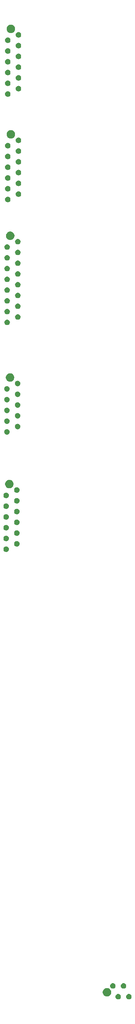
<source format=gbs>
G04 #@! TF.GenerationSoftware,KiCad,Pcbnew,5.1.5-52549c5~84~ubuntu18.04.1*
G04 #@! TF.CreationDate,2020-02-28T00:54:15-05:00*
G04 #@! TF.ProjectId,BMS_peripheral_v2,424d535f-7065-4726-9970-686572616c5f,rev?*
G04 #@! TF.SameCoordinates,Original*
G04 #@! TF.FileFunction,Soldermask,Bot*
G04 #@! TF.FilePolarity,Negative*
%FSLAX46Y46*%
G04 Gerber Fmt 4.6, Leading zero omitted, Abs format (unit mm)*
G04 Created by KiCad (PCBNEW 5.1.5-52549c5~84~ubuntu18.04.1) date 2020-02-28 00:54:15*
%MOMM*%
%LPD*%
G04 APERTURE LIST*
%ADD10C,0.100000*%
G04 APERTURE END LIST*
D10*
G36*
X212466338Y-374956453D02*
G01*
X212508198Y-374964779D01*
X212557196Y-374985075D01*
X212626489Y-375013777D01*
X212661816Y-375037382D01*
X212732951Y-375084912D01*
X212823488Y-375175449D01*
X212871018Y-375246584D01*
X212894623Y-375281911D01*
X212943621Y-375400203D01*
X212968600Y-375525779D01*
X212968600Y-375653821D01*
X212943621Y-375779397D01*
X212894623Y-375897689D01*
X212894622Y-375897690D01*
X212823488Y-376004151D01*
X212732951Y-376094688D01*
X212661816Y-376142218D01*
X212626489Y-376165823D01*
X212557196Y-376194525D01*
X212508198Y-376214821D01*
X212466338Y-376223147D01*
X212382621Y-376239800D01*
X212254579Y-376239800D01*
X212170862Y-376223147D01*
X212129002Y-376214821D01*
X212080004Y-376194525D01*
X212010711Y-376165823D01*
X211975384Y-376142218D01*
X211904249Y-376094688D01*
X211813712Y-376004151D01*
X211742578Y-375897690D01*
X211742577Y-375897689D01*
X211693579Y-375779397D01*
X211668600Y-375653821D01*
X211668600Y-375525779D01*
X211693579Y-375400203D01*
X211742577Y-375281911D01*
X211766182Y-375246584D01*
X211813712Y-375175449D01*
X211904249Y-375084912D01*
X211975384Y-375037382D01*
X212010711Y-375013777D01*
X212080004Y-374985075D01*
X212129002Y-374964779D01*
X212170862Y-374956453D01*
X212254579Y-374939800D01*
X212382621Y-374939800D01*
X212466338Y-374956453D01*
G37*
G36*
X209926338Y-374956453D02*
G01*
X209968198Y-374964779D01*
X210017196Y-374985075D01*
X210086489Y-375013777D01*
X210121816Y-375037382D01*
X210192951Y-375084912D01*
X210283488Y-375175449D01*
X210331018Y-375246584D01*
X210354623Y-375281911D01*
X210403621Y-375400203D01*
X210428600Y-375525779D01*
X210428600Y-375653821D01*
X210403621Y-375779397D01*
X210354623Y-375897689D01*
X210354622Y-375897690D01*
X210283488Y-376004151D01*
X210192951Y-376094688D01*
X210121816Y-376142218D01*
X210086489Y-376165823D01*
X210017196Y-376194525D01*
X209968198Y-376214821D01*
X209926338Y-376223147D01*
X209842621Y-376239800D01*
X209714579Y-376239800D01*
X209630862Y-376223147D01*
X209589002Y-376214821D01*
X209540004Y-376194525D01*
X209470711Y-376165823D01*
X209435384Y-376142218D01*
X209364249Y-376094688D01*
X209273712Y-376004151D01*
X209202578Y-375897690D01*
X209202577Y-375897689D01*
X209153579Y-375779397D01*
X209128600Y-375653821D01*
X209128600Y-375525779D01*
X209153579Y-375400203D01*
X209202577Y-375281911D01*
X209226182Y-375246584D01*
X209273712Y-375175449D01*
X209364249Y-375084912D01*
X209435384Y-375037382D01*
X209470711Y-375013777D01*
X209540004Y-374985075D01*
X209589002Y-374964779D01*
X209630862Y-374956453D01*
X209714579Y-374939800D01*
X209842621Y-374939800D01*
X209926338Y-374956453D01*
G37*
G36*
X207335890Y-373575419D02*
G01*
X207400289Y-373588229D01*
X207582278Y-373663611D01*
X207746063Y-373773049D01*
X207885351Y-373912337D01*
X207994789Y-374076122D01*
X208070171Y-374258111D01*
X208108600Y-374451309D01*
X208108600Y-374648291D01*
X208070171Y-374841489D01*
X207994789Y-375023478D01*
X207885351Y-375187263D01*
X207746063Y-375326551D01*
X207582278Y-375435989D01*
X207400289Y-375511371D01*
X207335890Y-375524181D01*
X207207093Y-375549800D01*
X207010107Y-375549800D01*
X206881310Y-375524181D01*
X206816911Y-375511371D01*
X206634922Y-375435989D01*
X206471137Y-375326551D01*
X206331849Y-375187263D01*
X206222411Y-375023478D01*
X206147029Y-374841489D01*
X206108600Y-374648291D01*
X206108600Y-374451309D01*
X206147029Y-374258111D01*
X206222411Y-374076122D01*
X206331849Y-373912337D01*
X206471137Y-373773049D01*
X206634922Y-373663611D01*
X206816911Y-373588229D01*
X206881310Y-373575419D01*
X207010107Y-373549800D01*
X207207093Y-373549800D01*
X207335890Y-373575419D01*
G37*
G36*
X211196338Y-372416453D02*
G01*
X211238198Y-372424779D01*
X211287196Y-372445075D01*
X211356489Y-372473777D01*
X211356490Y-372473778D01*
X211462951Y-372544912D01*
X211553488Y-372635449D01*
X211601018Y-372706584D01*
X211624623Y-372741911D01*
X211673621Y-372860203D01*
X211698600Y-372985779D01*
X211698600Y-373113821D01*
X211673621Y-373239397D01*
X211624623Y-373357689D01*
X211624622Y-373357690D01*
X211553488Y-373464151D01*
X211462951Y-373554688D01*
X211391816Y-373602218D01*
X211356489Y-373625823D01*
X211287196Y-373654525D01*
X211238198Y-373674821D01*
X211196338Y-373683147D01*
X211112621Y-373699800D01*
X210984579Y-373699800D01*
X210900862Y-373683147D01*
X210859002Y-373674821D01*
X210810004Y-373654525D01*
X210740711Y-373625823D01*
X210705384Y-373602218D01*
X210634249Y-373554688D01*
X210543712Y-373464151D01*
X210472578Y-373357690D01*
X210472577Y-373357689D01*
X210423579Y-373239397D01*
X210398600Y-373113821D01*
X210398600Y-372985779D01*
X210423579Y-372860203D01*
X210472577Y-372741911D01*
X210496182Y-372706584D01*
X210543712Y-372635449D01*
X210634249Y-372544912D01*
X210740710Y-372473778D01*
X210740711Y-372473777D01*
X210810004Y-372445075D01*
X210859002Y-372424779D01*
X210900862Y-372416453D01*
X210984579Y-372399800D01*
X211112621Y-372399800D01*
X211196338Y-372416453D01*
G37*
G36*
X208656338Y-372416453D02*
G01*
X208698198Y-372424779D01*
X208747196Y-372445075D01*
X208816489Y-372473777D01*
X208816490Y-372473778D01*
X208922951Y-372544912D01*
X209013488Y-372635449D01*
X209061018Y-372706584D01*
X209084623Y-372741911D01*
X209133621Y-372860203D01*
X209158600Y-372985779D01*
X209158600Y-373113821D01*
X209133621Y-373239397D01*
X209084623Y-373357689D01*
X209084622Y-373357690D01*
X209013488Y-373464151D01*
X208922951Y-373554688D01*
X208851816Y-373602218D01*
X208816489Y-373625823D01*
X208747196Y-373654525D01*
X208698198Y-373674821D01*
X208656338Y-373683147D01*
X208572621Y-373699800D01*
X208444579Y-373699800D01*
X208360862Y-373683147D01*
X208319002Y-373674821D01*
X208270004Y-373654525D01*
X208200711Y-373625823D01*
X208165384Y-373602218D01*
X208094249Y-373554688D01*
X208003712Y-373464151D01*
X207932578Y-373357690D01*
X207932577Y-373357689D01*
X207883579Y-373239397D01*
X207858600Y-373113821D01*
X207858600Y-372985779D01*
X207883579Y-372860203D01*
X207932577Y-372741911D01*
X207956182Y-372706584D01*
X208003712Y-372635449D01*
X208094249Y-372544912D01*
X208200710Y-372473778D01*
X208200711Y-372473777D01*
X208270004Y-372445075D01*
X208319002Y-372424779D01*
X208360862Y-372416453D01*
X208444579Y-372399800D01*
X208572621Y-372399800D01*
X208656338Y-372416453D01*
G37*
G36*
X183307138Y-269317853D02*
G01*
X183348998Y-269326179D01*
X183397996Y-269346475D01*
X183467289Y-269375177D01*
X183467290Y-269375178D01*
X183573751Y-269446312D01*
X183664288Y-269536849D01*
X183711818Y-269607984D01*
X183735423Y-269643311D01*
X183784421Y-269761603D01*
X183809400Y-269887179D01*
X183809400Y-270015221D01*
X183784421Y-270140797D01*
X183735423Y-270259089D01*
X183735422Y-270259090D01*
X183664288Y-270365551D01*
X183573751Y-270456088D01*
X183502616Y-270503618D01*
X183467289Y-270527223D01*
X183397996Y-270555925D01*
X183348998Y-270576221D01*
X183307138Y-270584547D01*
X183223421Y-270601200D01*
X183095379Y-270601200D01*
X183011662Y-270584547D01*
X182969802Y-270576221D01*
X182920804Y-270555925D01*
X182851511Y-270527223D01*
X182816184Y-270503618D01*
X182745049Y-270456088D01*
X182654512Y-270365551D01*
X182583378Y-270259090D01*
X182583377Y-270259089D01*
X182534379Y-270140797D01*
X182509400Y-270015221D01*
X182509400Y-269887179D01*
X182534379Y-269761603D01*
X182583377Y-269643311D01*
X182606982Y-269607984D01*
X182654512Y-269536849D01*
X182745049Y-269446312D01*
X182851510Y-269375178D01*
X182851511Y-269375177D01*
X182920804Y-269346475D01*
X182969802Y-269326179D01*
X183011662Y-269317853D01*
X183095379Y-269301200D01*
X183223421Y-269301200D01*
X183307138Y-269317853D01*
G37*
G36*
X185847138Y-268047853D02*
G01*
X185888998Y-268056179D01*
X185937996Y-268076475D01*
X186007289Y-268105177D01*
X186007290Y-268105178D01*
X186113751Y-268176312D01*
X186204288Y-268266849D01*
X186251818Y-268337984D01*
X186275423Y-268373311D01*
X186324421Y-268491603D01*
X186349400Y-268617179D01*
X186349400Y-268745221D01*
X186324421Y-268870797D01*
X186275423Y-268989089D01*
X186275422Y-268989090D01*
X186204288Y-269095551D01*
X186113751Y-269186088D01*
X186042616Y-269233618D01*
X186007289Y-269257223D01*
X185937996Y-269285925D01*
X185888998Y-269306221D01*
X185847138Y-269314547D01*
X185763421Y-269331200D01*
X185635379Y-269331200D01*
X185551662Y-269314547D01*
X185509802Y-269306221D01*
X185460804Y-269285925D01*
X185391511Y-269257223D01*
X185356184Y-269233618D01*
X185285049Y-269186088D01*
X185194512Y-269095551D01*
X185123378Y-268989090D01*
X185123377Y-268989089D01*
X185074379Y-268870797D01*
X185049400Y-268745221D01*
X185049400Y-268617179D01*
X185074379Y-268491603D01*
X185123377Y-268373311D01*
X185146982Y-268337984D01*
X185194512Y-268266849D01*
X185285049Y-268176312D01*
X185391510Y-268105178D01*
X185391511Y-268105177D01*
X185460804Y-268076475D01*
X185509802Y-268056179D01*
X185551662Y-268047853D01*
X185635379Y-268031200D01*
X185763421Y-268031200D01*
X185847138Y-268047853D01*
G37*
G36*
X183307138Y-266777853D02*
G01*
X183348998Y-266786179D01*
X183397996Y-266806475D01*
X183467289Y-266835177D01*
X183467290Y-266835178D01*
X183573751Y-266906312D01*
X183664288Y-266996849D01*
X183711818Y-267067984D01*
X183735423Y-267103311D01*
X183784421Y-267221603D01*
X183809400Y-267347179D01*
X183809400Y-267475221D01*
X183784421Y-267600797D01*
X183735423Y-267719089D01*
X183735422Y-267719090D01*
X183664288Y-267825551D01*
X183573751Y-267916088D01*
X183502616Y-267963618D01*
X183467289Y-267987223D01*
X183397996Y-268015925D01*
X183348998Y-268036221D01*
X183307138Y-268044547D01*
X183223421Y-268061200D01*
X183095379Y-268061200D01*
X183011662Y-268044547D01*
X182969802Y-268036221D01*
X182920804Y-268015925D01*
X182851511Y-267987223D01*
X182816184Y-267963618D01*
X182745049Y-267916088D01*
X182654512Y-267825551D01*
X182583378Y-267719090D01*
X182583377Y-267719089D01*
X182534379Y-267600797D01*
X182509400Y-267475221D01*
X182509400Y-267347179D01*
X182534379Y-267221603D01*
X182583377Y-267103311D01*
X182606982Y-267067984D01*
X182654512Y-266996849D01*
X182745049Y-266906312D01*
X182851510Y-266835178D01*
X182851511Y-266835177D01*
X182920804Y-266806475D01*
X182969802Y-266786179D01*
X183011662Y-266777853D01*
X183095379Y-266761200D01*
X183223421Y-266761200D01*
X183307138Y-266777853D01*
G37*
G36*
X185847138Y-265507853D02*
G01*
X185888998Y-265516179D01*
X185937996Y-265536475D01*
X186007289Y-265565177D01*
X186007290Y-265565178D01*
X186113751Y-265636312D01*
X186204288Y-265726849D01*
X186251818Y-265797984D01*
X186275423Y-265833311D01*
X186324421Y-265951603D01*
X186349400Y-266077179D01*
X186349400Y-266205221D01*
X186324421Y-266330797D01*
X186275423Y-266449089D01*
X186275422Y-266449090D01*
X186204288Y-266555551D01*
X186113751Y-266646088D01*
X186042616Y-266693618D01*
X186007289Y-266717223D01*
X185937996Y-266745925D01*
X185888998Y-266766221D01*
X185847138Y-266774547D01*
X185763421Y-266791200D01*
X185635379Y-266791200D01*
X185551662Y-266774547D01*
X185509802Y-266766221D01*
X185460804Y-266745925D01*
X185391511Y-266717223D01*
X185356184Y-266693618D01*
X185285049Y-266646088D01*
X185194512Y-266555551D01*
X185123378Y-266449090D01*
X185123377Y-266449089D01*
X185074379Y-266330797D01*
X185049400Y-266205221D01*
X185049400Y-266077179D01*
X185074379Y-265951603D01*
X185123377Y-265833311D01*
X185146982Y-265797984D01*
X185194512Y-265726849D01*
X185285049Y-265636312D01*
X185391510Y-265565178D01*
X185391511Y-265565177D01*
X185460804Y-265536475D01*
X185509802Y-265516179D01*
X185551662Y-265507853D01*
X185635379Y-265491200D01*
X185763421Y-265491200D01*
X185847138Y-265507853D01*
G37*
G36*
X183307138Y-264237853D02*
G01*
X183348998Y-264246179D01*
X183397996Y-264266475D01*
X183467289Y-264295177D01*
X183467290Y-264295178D01*
X183573751Y-264366312D01*
X183664288Y-264456849D01*
X183711818Y-264527984D01*
X183735423Y-264563311D01*
X183784421Y-264681603D01*
X183809400Y-264807179D01*
X183809400Y-264935221D01*
X183784421Y-265060797D01*
X183735423Y-265179089D01*
X183735422Y-265179090D01*
X183664288Y-265285551D01*
X183573751Y-265376088D01*
X183502616Y-265423618D01*
X183467289Y-265447223D01*
X183397996Y-265475925D01*
X183348998Y-265496221D01*
X183307138Y-265504547D01*
X183223421Y-265521200D01*
X183095379Y-265521200D01*
X183011662Y-265504547D01*
X182969802Y-265496221D01*
X182920804Y-265475925D01*
X182851511Y-265447223D01*
X182816184Y-265423618D01*
X182745049Y-265376088D01*
X182654512Y-265285551D01*
X182583378Y-265179090D01*
X182583377Y-265179089D01*
X182534379Y-265060797D01*
X182509400Y-264935221D01*
X182509400Y-264807179D01*
X182534379Y-264681603D01*
X182583377Y-264563311D01*
X182606982Y-264527984D01*
X182654512Y-264456849D01*
X182745049Y-264366312D01*
X182851510Y-264295178D01*
X182851511Y-264295177D01*
X182920804Y-264266475D01*
X182969802Y-264246179D01*
X183011662Y-264237853D01*
X183095379Y-264221200D01*
X183223421Y-264221200D01*
X183307138Y-264237853D01*
G37*
G36*
X185847138Y-262967853D02*
G01*
X185888998Y-262976179D01*
X185937996Y-262996475D01*
X186007289Y-263025177D01*
X186007290Y-263025178D01*
X186113751Y-263096312D01*
X186204288Y-263186849D01*
X186251818Y-263257984D01*
X186275423Y-263293311D01*
X186324421Y-263411603D01*
X186349400Y-263537179D01*
X186349400Y-263665221D01*
X186324421Y-263790797D01*
X186275423Y-263909089D01*
X186275422Y-263909090D01*
X186204288Y-264015551D01*
X186113751Y-264106088D01*
X186042616Y-264153618D01*
X186007289Y-264177223D01*
X185937996Y-264205925D01*
X185888998Y-264226221D01*
X185847138Y-264234547D01*
X185763421Y-264251200D01*
X185635379Y-264251200D01*
X185551662Y-264234547D01*
X185509802Y-264226221D01*
X185460804Y-264205925D01*
X185391511Y-264177223D01*
X185356184Y-264153618D01*
X185285049Y-264106088D01*
X185194512Y-264015551D01*
X185123378Y-263909090D01*
X185123377Y-263909089D01*
X185074379Y-263790797D01*
X185049400Y-263665221D01*
X185049400Y-263537179D01*
X185074379Y-263411603D01*
X185123377Y-263293311D01*
X185146982Y-263257984D01*
X185194512Y-263186849D01*
X185285049Y-263096312D01*
X185391510Y-263025178D01*
X185391511Y-263025177D01*
X185460804Y-262996475D01*
X185509802Y-262976179D01*
X185551662Y-262967853D01*
X185635379Y-262951200D01*
X185763421Y-262951200D01*
X185847138Y-262967853D01*
G37*
G36*
X183307138Y-261697853D02*
G01*
X183348998Y-261706179D01*
X183397996Y-261726475D01*
X183467289Y-261755177D01*
X183467290Y-261755178D01*
X183573751Y-261826312D01*
X183664288Y-261916849D01*
X183711818Y-261987984D01*
X183735423Y-262023311D01*
X183784421Y-262141603D01*
X183809400Y-262267179D01*
X183809400Y-262395221D01*
X183784421Y-262520797D01*
X183735423Y-262639089D01*
X183735422Y-262639090D01*
X183664288Y-262745551D01*
X183573751Y-262836088D01*
X183502616Y-262883618D01*
X183467289Y-262907223D01*
X183397996Y-262935925D01*
X183348998Y-262956221D01*
X183307138Y-262964547D01*
X183223421Y-262981200D01*
X183095379Y-262981200D01*
X183011662Y-262964547D01*
X182969802Y-262956221D01*
X182920804Y-262935925D01*
X182851511Y-262907223D01*
X182816184Y-262883618D01*
X182745049Y-262836088D01*
X182654512Y-262745551D01*
X182583378Y-262639090D01*
X182583377Y-262639089D01*
X182534379Y-262520797D01*
X182509400Y-262395221D01*
X182509400Y-262267179D01*
X182534379Y-262141603D01*
X182583377Y-262023311D01*
X182606982Y-261987984D01*
X182654512Y-261916849D01*
X182745049Y-261826312D01*
X182851510Y-261755178D01*
X182851511Y-261755177D01*
X182920804Y-261726475D01*
X182969802Y-261706179D01*
X183011662Y-261697853D01*
X183095379Y-261681200D01*
X183223421Y-261681200D01*
X183307138Y-261697853D01*
G37*
G36*
X185847138Y-260427853D02*
G01*
X185888998Y-260436179D01*
X185937996Y-260456475D01*
X186007289Y-260485177D01*
X186007290Y-260485178D01*
X186113751Y-260556312D01*
X186204288Y-260646849D01*
X186251818Y-260717984D01*
X186275423Y-260753311D01*
X186324421Y-260871603D01*
X186349400Y-260997179D01*
X186349400Y-261125221D01*
X186324421Y-261250797D01*
X186275423Y-261369089D01*
X186275422Y-261369090D01*
X186204288Y-261475551D01*
X186113751Y-261566088D01*
X186042616Y-261613618D01*
X186007289Y-261637223D01*
X185937996Y-261665925D01*
X185888998Y-261686221D01*
X185847138Y-261694547D01*
X185763421Y-261711200D01*
X185635379Y-261711200D01*
X185551662Y-261694547D01*
X185509802Y-261686221D01*
X185460804Y-261665925D01*
X185391511Y-261637223D01*
X185356184Y-261613618D01*
X185285049Y-261566088D01*
X185194512Y-261475551D01*
X185123378Y-261369090D01*
X185123377Y-261369089D01*
X185074379Y-261250797D01*
X185049400Y-261125221D01*
X185049400Y-260997179D01*
X185074379Y-260871603D01*
X185123377Y-260753311D01*
X185146982Y-260717984D01*
X185194512Y-260646849D01*
X185285049Y-260556312D01*
X185391510Y-260485178D01*
X185391511Y-260485177D01*
X185460804Y-260456475D01*
X185509802Y-260436179D01*
X185551662Y-260427853D01*
X185635379Y-260411200D01*
X185763421Y-260411200D01*
X185847138Y-260427853D01*
G37*
G36*
X183307138Y-259157853D02*
G01*
X183348998Y-259166179D01*
X183397996Y-259186475D01*
X183467289Y-259215177D01*
X183467290Y-259215178D01*
X183573751Y-259286312D01*
X183664288Y-259376849D01*
X183711818Y-259447984D01*
X183735423Y-259483311D01*
X183784421Y-259601603D01*
X183809400Y-259727179D01*
X183809400Y-259855221D01*
X183784421Y-259980797D01*
X183735423Y-260099089D01*
X183735422Y-260099090D01*
X183664288Y-260205551D01*
X183573751Y-260296088D01*
X183502616Y-260343618D01*
X183467289Y-260367223D01*
X183397996Y-260395925D01*
X183348998Y-260416221D01*
X183307138Y-260424547D01*
X183223421Y-260441200D01*
X183095379Y-260441200D01*
X183011662Y-260424547D01*
X182969802Y-260416221D01*
X182920804Y-260395925D01*
X182851511Y-260367223D01*
X182816184Y-260343618D01*
X182745049Y-260296088D01*
X182654512Y-260205551D01*
X182583378Y-260099090D01*
X182583377Y-260099089D01*
X182534379Y-259980797D01*
X182509400Y-259855221D01*
X182509400Y-259727179D01*
X182534379Y-259601603D01*
X182583377Y-259483311D01*
X182606982Y-259447984D01*
X182654512Y-259376849D01*
X182745049Y-259286312D01*
X182851510Y-259215178D01*
X182851511Y-259215177D01*
X182920804Y-259186475D01*
X182969802Y-259166179D01*
X183011662Y-259157853D01*
X183095379Y-259141200D01*
X183223421Y-259141200D01*
X183307138Y-259157853D01*
G37*
G36*
X185847138Y-257887853D02*
G01*
X185888998Y-257896179D01*
X185937996Y-257916475D01*
X186007289Y-257945177D01*
X186007290Y-257945178D01*
X186113751Y-258016312D01*
X186204288Y-258106849D01*
X186251818Y-258177984D01*
X186275423Y-258213311D01*
X186324421Y-258331603D01*
X186349400Y-258457179D01*
X186349400Y-258585221D01*
X186324421Y-258710797D01*
X186275423Y-258829089D01*
X186275422Y-258829090D01*
X186204288Y-258935551D01*
X186113751Y-259026088D01*
X186042616Y-259073618D01*
X186007289Y-259097223D01*
X185937996Y-259125925D01*
X185888998Y-259146221D01*
X185847138Y-259154547D01*
X185763421Y-259171200D01*
X185635379Y-259171200D01*
X185551662Y-259154547D01*
X185509802Y-259146221D01*
X185460804Y-259125925D01*
X185391511Y-259097223D01*
X185356184Y-259073618D01*
X185285049Y-259026088D01*
X185194512Y-258935551D01*
X185123378Y-258829090D01*
X185123377Y-258829089D01*
X185074379Y-258710797D01*
X185049400Y-258585221D01*
X185049400Y-258457179D01*
X185074379Y-258331603D01*
X185123377Y-258213311D01*
X185146982Y-258177984D01*
X185194512Y-258106849D01*
X185285049Y-258016312D01*
X185391510Y-257945178D01*
X185391511Y-257945177D01*
X185460804Y-257916475D01*
X185509802Y-257896179D01*
X185551662Y-257887853D01*
X185635379Y-257871200D01*
X185763421Y-257871200D01*
X185847138Y-257887853D01*
G37*
G36*
X183307138Y-256617853D02*
G01*
X183348998Y-256626179D01*
X183397996Y-256646475D01*
X183467289Y-256675177D01*
X183467290Y-256675178D01*
X183573751Y-256746312D01*
X183664288Y-256836849D01*
X183711818Y-256907984D01*
X183735423Y-256943311D01*
X183784421Y-257061603D01*
X183809400Y-257187179D01*
X183809400Y-257315221D01*
X183784421Y-257440797D01*
X183735423Y-257559089D01*
X183735422Y-257559090D01*
X183664288Y-257665551D01*
X183573751Y-257756088D01*
X183502616Y-257803618D01*
X183467289Y-257827223D01*
X183397996Y-257855925D01*
X183348998Y-257876221D01*
X183307138Y-257884547D01*
X183223421Y-257901200D01*
X183095379Y-257901200D01*
X183011662Y-257884547D01*
X182969802Y-257876221D01*
X182920804Y-257855925D01*
X182851511Y-257827223D01*
X182816184Y-257803618D01*
X182745049Y-257756088D01*
X182654512Y-257665551D01*
X182583378Y-257559090D01*
X182583377Y-257559089D01*
X182534379Y-257440797D01*
X182509400Y-257315221D01*
X182509400Y-257187179D01*
X182534379Y-257061603D01*
X182583377Y-256943311D01*
X182606982Y-256907984D01*
X182654512Y-256836849D01*
X182745049Y-256746312D01*
X182851510Y-256675178D01*
X182851511Y-256675177D01*
X182920804Y-256646475D01*
X182969802Y-256626179D01*
X183011662Y-256617853D01*
X183095379Y-256601200D01*
X183223421Y-256601200D01*
X183307138Y-256617853D01*
G37*
G36*
X185847138Y-255347853D02*
G01*
X185888998Y-255356179D01*
X185937996Y-255376475D01*
X186007289Y-255405177D01*
X186007290Y-255405178D01*
X186113751Y-255476312D01*
X186204288Y-255566849D01*
X186251818Y-255637984D01*
X186275423Y-255673311D01*
X186324421Y-255791603D01*
X186349400Y-255917179D01*
X186349400Y-256045221D01*
X186324421Y-256170797D01*
X186275423Y-256289089D01*
X186275422Y-256289090D01*
X186204288Y-256395551D01*
X186113751Y-256486088D01*
X186042616Y-256533618D01*
X186007289Y-256557223D01*
X185937996Y-256585925D01*
X185888998Y-256606221D01*
X185847138Y-256614547D01*
X185763421Y-256631200D01*
X185635379Y-256631200D01*
X185551662Y-256614547D01*
X185509802Y-256606221D01*
X185460804Y-256585925D01*
X185391511Y-256557223D01*
X185356184Y-256533618D01*
X185285049Y-256486088D01*
X185194512Y-256395551D01*
X185123378Y-256289090D01*
X185123377Y-256289089D01*
X185074379Y-256170797D01*
X185049400Y-256045221D01*
X185049400Y-255917179D01*
X185074379Y-255791603D01*
X185123377Y-255673311D01*
X185146982Y-255637984D01*
X185194512Y-255566849D01*
X185285049Y-255476312D01*
X185391510Y-255405178D01*
X185391511Y-255405177D01*
X185460804Y-255376475D01*
X185509802Y-255356179D01*
X185551662Y-255347853D01*
X185635379Y-255331200D01*
X185763421Y-255331200D01*
X185847138Y-255347853D01*
G37*
G36*
X184126690Y-253606819D02*
G01*
X184191089Y-253619629D01*
X184373078Y-253695011D01*
X184536863Y-253804449D01*
X184676151Y-253943737D01*
X184785589Y-254107522D01*
X184860971Y-254289511D01*
X184899400Y-254482709D01*
X184899400Y-254679691D01*
X184860971Y-254872889D01*
X184785589Y-255054878D01*
X184676151Y-255218663D01*
X184536863Y-255357951D01*
X184373078Y-255467389D01*
X184191089Y-255542771D01*
X184126690Y-255555581D01*
X183997893Y-255581200D01*
X183800907Y-255581200D01*
X183672110Y-255555581D01*
X183607711Y-255542771D01*
X183425722Y-255467389D01*
X183261937Y-255357951D01*
X183122649Y-255218663D01*
X183013211Y-255054878D01*
X182937829Y-254872889D01*
X182899400Y-254679691D01*
X182899400Y-254482709D01*
X182937829Y-254289511D01*
X183013211Y-254107522D01*
X183122649Y-253943737D01*
X183261937Y-253804449D01*
X183425722Y-253695011D01*
X183607711Y-253619629D01*
X183672110Y-253606819D01*
X183800907Y-253581200D01*
X183997893Y-253581200D01*
X184126690Y-253606819D01*
G37*
G36*
X183484938Y-241631853D02*
G01*
X183526798Y-241640179D01*
X183575796Y-241660475D01*
X183645089Y-241689177D01*
X183645090Y-241689178D01*
X183751551Y-241760312D01*
X183842088Y-241850849D01*
X183889618Y-241921984D01*
X183913223Y-241957311D01*
X183962221Y-242075603D01*
X183987200Y-242201179D01*
X183987200Y-242329221D01*
X183962221Y-242454797D01*
X183913223Y-242573089D01*
X183913222Y-242573090D01*
X183842088Y-242679551D01*
X183751551Y-242770088D01*
X183680416Y-242817618D01*
X183645089Y-242841223D01*
X183575796Y-242869925D01*
X183526798Y-242890221D01*
X183484938Y-242898547D01*
X183401221Y-242915200D01*
X183273179Y-242915200D01*
X183189462Y-242898547D01*
X183147602Y-242890221D01*
X183098604Y-242869925D01*
X183029311Y-242841223D01*
X182993984Y-242817618D01*
X182922849Y-242770088D01*
X182832312Y-242679551D01*
X182761178Y-242573090D01*
X182761177Y-242573089D01*
X182712179Y-242454797D01*
X182687200Y-242329221D01*
X182687200Y-242201179D01*
X182712179Y-242075603D01*
X182761177Y-241957311D01*
X182784782Y-241921984D01*
X182832312Y-241850849D01*
X182922849Y-241760312D01*
X183029310Y-241689178D01*
X183029311Y-241689177D01*
X183098604Y-241660475D01*
X183147602Y-241640179D01*
X183189462Y-241631853D01*
X183273179Y-241615200D01*
X183401221Y-241615200D01*
X183484938Y-241631853D01*
G37*
G36*
X186024938Y-240361853D02*
G01*
X186066798Y-240370179D01*
X186115796Y-240390475D01*
X186185089Y-240419177D01*
X186185090Y-240419178D01*
X186291551Y-240490312D01*
X186382088Y-240580849D01*
X186429618Y-240651984D01*
X186453223Y-240687311D01*
X186502221Y-240805603D01*
X186527200Y-240931179D01*
X186527200Y-241059221D01*
X186502221Y-241184797D01*
X186453223Y-241303089D01*
X186453222Y-241303090D01*
X186382088Y-241409551D01*
X186291551Y-241500088D01*
X186220416Y-241547618D01*
X186185089Y-241571223D01*
X186115796Y-241599925D01*
X186066798Y-241620221D01*
X186024938Y-241628547D01*
X185941221Y-241645200D01*
X185813179Y-241645200D01*
X185729462Y-241628547D01*
X185687602Y-241620221D01*
X185638604Y-241599925D01*
X185569311Y-241571223D01*
X185533984Y-241547618D01*
X185462849Y-241500088D01*
X185372312Y-241409551D01*
X185301178Y-241303090D01*
X185301177Y-241303089D01*
X185252179Y-241184797D01*
X185227200Y-241059221D01*
X185227200Y-240931179D01*
X185252179Y-240805603D01*
X185301177Y-240687311D01*
X185324782Y-240651984D01*
X185372312Y-240580849D01*
X185462849Y-240490312D01*
X185569310Y-240419178D01*
X185569311Y-240419177D01*
X185638604Y-240390475D01*
X185687602Y-240370179D01*
X185729462Y-240361853D01*
X185813179Y-240345200D01*
X185941221Y-240345200D01*
X186024938Y-240361853D01*
G37*
G36*
X183484938Y-239091853D02*
G01*
X183526798Y-239100179D01*
X183575796Y-239120475D01*
X183645089Y-239149177D01*
X183645090Y-239149178D01*
X183751551Y-239220312D01*
X183842088Y-239310849D01*
X183889618Y-239381984D01*
X183913223Y-239417311D01*
X183962221Y-239535603D01*
X183987200Y-239661179D01*
X183987200Y-239789221D01*
X183962221Y-239914797D01*
X183913223Y-240033089D01*
X183913222Y-240033090D01*
X183842088Y-240139551D01*
X183751551Y-240230088D01*
X183680416Y-240277618D01*
X183645089Y-240301223D01*
X183575796Y-240329925D01*
X183526798Y-240350221D01*
X183484938Y-240358547D01*
X183401221Y-240375200D01*
X183273179Y-240375200D01*
X183189462Y-240358547D01*
X183147602Y-240350221D01*
X183098604Y-240329925D01*
X183029311Y-240301223D01*
X182993984Y-240277618D01*
X182922849Y-240230088D01*
X182832312Y-240139551D01*
X182761178Y-240033090D01*
X182761177Y-240033089D01*
X182712179Y-239914797D01*
X182687200Y-239789221D01*
X182687200Y-239661179D01*
X182712179Y-239535603D01*
X182761177Y-239417311D01*
X182784782Y-239381984D01*
X182832312Y-239310849D01*
X182922849Y-239220312D01*
X183029310Y-239149178D01*
X183029311Y-239149177D01*
X183098604Y-239120475D01*
X183147602Y-239100179D01*
X183189462Y-239091853D01*
X183273179Y-239075200D01*
X183401221Y-239075200D01*
X183484938Y-239091853D01*
G37*
G36*
X186024938Y-237821853D02*
G01*
X186066798Y-237830179D01*
X186115796Y-237850475D01*
X186185089Y-237879177D01*
X186185090Y-237879178D01*
X186291551Y-237950312D01*
X186382088Y-238040849D01*
X186429618Y-238111984D01*
X186453223Y-238147311D01*
X186502221Y-238265603D01*
X186527200Y-238391179D01*
X186527200Y-238519221D01*
X186502221Y-238644797D01*
X186453223Y-238763089D01*
X186453222Y-238763090D01*
X186382088Y-238869551D01*
X186291551Y-238960088D01*
X186220416Y-239007618D01*
X186185089Y-239031223D01*
X186115796Y-239059925D01*
X186066798Y-239080221D01*
X186024938Y-239088547D01*
X185941221Y-239105200D01*
X185813179Y-239105200D01*
X185729462Y-239088547D01*
X185687602Y-239080221D01*
X185638604Y-239059925D01*
X185569311Y-239031223D01*
X185533984Y-239007618D01*
X185462849Y-238960088D01*
X185372312Y-238869551D01*
X185301178Y-238763090D01*
X185301177Y-238763089D01*
X185252179Y-238644797D01*
X185227200Y-238519221D01*
X185227200Y-238391179D01*
X185252179Y-238265603D01*
X185301177Y-238147311D01*
X185324782Y-238111984D01*
X185372312Y-238040849D01*
X185462849Y-237950312D01*
X185569310Y-237879178D01*
X185569311Y-237879177D01*
X185638604Y-237850475D01*
X185687602Y-237830179D01*
X185729462Y-237821853D01*
X185813179Y-237805200D01*
X185941221Y-237805200D01*
X186024938Y-237821853D01*
G37*
G36*
X183484938Y-236551853D02*
G01*
X183526798Y-236560179D01*
X183575796Y-236580475D01*
X183645089Y-236609177D01*
X183645090Y-236609178D01*
X183751551Y-236680312D01*
X183842088Y-236770849D01*
X183889618Y-236841984D01*
X183913223Y-236877311D01*
X183962221Y-236995603D01*
X183987200Y-237121179D01*
X183987200Y-237249221D01*
X183962221Y-237374797D01*
X183913223Y-237493089D01*
X183913222Y-237493090D01*
X183842088Y-237599551D01*
X183751551Y-237690088D01*
X183680416Y-237737618D01*
X183645089Y-237761223D01*
X183575796Y-237789925D01*
X183526798Y-237810221D01*
X183484938Y-237818547D01*
X183401221Y-237835200D01*
X183273179Y-237835200D01*
X183189462Y-237818547D01*
X183147602Y-237810221D01*
X183098604Y-237789925D01*
X183029311Y-237761223D01*
X182993984Y-237737618D01*
X182922849Y-237690088D01*
X182832312Y-237599551D01*
X182761178Y-237493090D01*
X182761177Y-237493089D01*
X182712179Y-237374797D01*
X182687200Y-237249221D01*
X182687200Y-237121179D01*
X182712179Y-236995603D01*
X182761177Y-236877311D01*
X182784782Y-236841984D01*
X182832312Y-236770849D01*
X182922849Y-236680312D01*
X183029310Y-236609178D01*
X183029311Y-236609177D01*
X183098604Y-236580475D01*
X183147602Y-236560179D01*
X183189462Y-236551853D01*
X183273179Y-236535200D01*
X183401221Y-236535200D01*
X183484938Y-236551853D01*
G37*
G36*
X186024938Y-235281853D02*
G01*
X186066798Y-235290179D01*
X186115796Y-235310475D01*
X186185089Y-235339177D01*
X186185090Y-235339178D01*
X186291551Y-235410312D01*
X186382088Y-235500849D01*
X186429618Y-235571984D01*
X186453223Y-235607311D01*
X186502221Y-235725603D01*
X186527200Y-235851179D01*
X186527200Y-235979221D01*
X186502221Y-236104797D01*
X186453223Y-236223089D01*
X186453222Y-236223090D01*
X186382088Y-236329551D01*
X186291551Y-236420088D01*
X186220416Y-236467618D01*
X186185089Y-236491223D01*
X186115796Y-236519925D01*
X186066798Y-236540221D01*
X186024938Y-236548547D01*
X185941221Y-236565200D01*
X185813179Y-236565200D01*
X185729462Y-236548547D01*
X185687602Y-236540221D01*
X185638604Y-236519925D01*
X185569311Y-236491223D01*
X185533984Y-236467618D01*
X185462849Y-236420088D01*
X185372312Y-236329551D01*
X185301178Y-236223090D01*
X185301177Y-236223089D01*
X185252179Y-236104797D01*
X185227200Y-235979221D01*
X185227200Y-235851179D01*
X185252179Y-235725603D01*
X185301177Y-235607311D01*
X185324782Y-235571984D01*
X185372312Y-235500849D01*
X185462849Y-235410312D01*
X185569310Y-235339178D01*
X185569311Y-235339177D01*
X185638604Y-235310475D01*
X185687602Y-235290179D01*
X185729462Y-235281853D01*
X185813179Y-235265200D01*
X185941221Y-235265200D01*
X186024938Y-235281853D01*
G37*
G36*
X183484938Y-234011853D02*
G01*
X183526798Y-234020179D01*
X183575796Y-234040475D01*
X183645089Y-234069177D01*
X183645090Y-234069178D01*
X183751551Y-234140312D01*
X183842088Y-234230849D01*
X183889618Y-234301984D01*
X183913223Y-234337311D01*
X183962221Y-234455603D01*
X183987200Y-234581179D01*
X183987200Y-234709221D01*
X183962221Y-234834797D01*
X183913223Y-234953089D01*
X183913222Y-234953090D01*
X183842088Y-235059551D01*
X183751551Y-235150088D01*
X183680416Y-235197618D01*
X183645089Y-235221223D01*
X183575796Y-235249925D01*
X183526798Y-235270221D01*
X183484938Y-235278547D01*
X183401221Y-235295200D01*
X183273179Y-235295200D01*
X183189462Y-235278547D01*
X183147602Y-235270221D01*
X183098604Y-235249925D01*
X183029311Y-235221223D01*
X182993984Y-235197618D01*
X182922849Y-235150088D01*
X182832312Y-235059551D01*
X182761178Y-234953090D01*
X182761177Y-234953089D01*
X182712179Y-234834797D01*
X182687200Y-234709221D01*
X182687200Y-234581179D01*
X182712179Y-234455603D01*
X182761177Y-234337311D01*
X182784782Y-234301984D01*
X182832312Y-234230849D01*
X182922849Y-234140312D01*
X183029310Y-234069178D01*
X183029311Y-234069177D01*
X183098604Y-234040475D01*
X183147602Y-234020179D01*
X183189462Y-234011853D01*
X183273179Y-233995200D01*
X183401221Y-233995200D01*
X183484938Y-234011853D01*
G37*
G36*
X186024938Y-232741853D02*
G01*
X186066798Y-232750179D01*
X186115796Y-232770475D01*
X186185089Y-232799177D01*
X186185090Y-232799178D01*
X186291551Y-232870312D01*
X186382088Y-232960849D01*
X186429618Y-233031984D01*
X186453223Y-233067311D01*
X186502221Y-233185603D01*
X186527200Y-233311179D01*
X186527200Y-233439221D01*
X186502221Y-233564797D01*
X186453223Y-233683089D01*
X186453222Y-233683090D01*
X186382088Y-233789551D01*
X186291551Y-233880088D01*
X186220416Y-233927618D01*
X186185089Y-233951223D01*
X186115796Y-233979925D01*
X186066798Y-234000221D01*
X186024938Y-234008547D01*
X185941221Y-234025200D01*
X185813179Y-234025200D01*
X185729462Y-234008547D01*
X185687602Y-234000221D01*
X185638604Y-233979925D01*
X185569311Y-233951223D01*
X185533984Y-233927618D01*
X185462849Y-233880088D01*
X185372312Y-233789551D01*
X185301178Y-233683090D01*
X185301177Y-233683089D01*
X185252179Y-233564797D01*
X185227200Y-233439221D01*
X185227200Y-233311179D01*
X185252179Y-233185603D01*
X185301177Y-233067311D01*
X185324782Y-233031984D01*
X185372312Y-232960849D01*
X185462849Y-232870312D01*
X185569310Y-232799178D01*
X185569311Y-232799177D01*
X185638604Y-232770475D01*
X185687602Y-232750179D01*
X185729462Y-232741853D01*
X185813179Y-232725200D01*
X185941221Y-232725200D01*
X186024938Y-232741853D01*
G37*
G36*
X183484938Y-231471853D02*
G01*
X183526798Y-231480179D01*
X183575796Y-231500475D01*
X183645089Y-231529177D01*
X183645090Y-231529178D01*
X183751551Y-231600312D01*
X183842088Y-231690849D01*
X183889618Y-231761984D01*
X183913223Y-231797311D01*
X183962221Y-231915603D01*
X183987200Y-232041179D01*
X183987200Y-232169221D01*
X183962221Y-232294797D01*
X183913223Y-232413089D01*
X183913222Y-232413090D01*
X183842088Y-232519551D01*
X183751551Y-232610088D01*
X183680416Y-232657618D01*
X183645089Y-232681223D01*
X183575796Y-232709925D01*
X183526798Y-232730221D01*
X183484938Y-232738547D01*
X183401221Y-232755200D01*
X183273179Y-232755200D01*
X183189462Y-232738547D01*
X183147602Y-232730221D01*
X183098604Y-232709925D01*
X183029311Y-232681223D01*
X182993984Y-232657618D01*
X182922849Y-232610088D01*
X182832312Y-232519551D01*
X182761178Y-232413090D01*
X182761177Y-232413089D01*
X182712179Y-232294797D01*
X182687200Y-232169221D01*
X182687200Y-232041179D01*
X182712179Y-231915603D01*
X182761177Y-231797311D01*
X182784782Y-231761984D01*
X182832312Y-231690849D01*
X182922849Y-231600312D01*
X183029310Y-231529178D01*
X183029311Y-231529177D01*
X183098604Y-231500475D01*
X183147602Y-231480179D01*
X183189462Y-231471853D01*
X183273179Y-231455200D01*
X183401221Y-231455200D01*
X183484938Y-231471853D01*
G37*
G36*
X186024938Y-230201853D02*
G01*
X186066798Y-230210179D01*
X186115796Y-230230475D01*
X186185089Y-230259177D01*
X186185090Y-230259178D01*
X186291551Y-230330312D01*
X186382088Y-230420849D01*
X186429618Y-230491984D01*
X186453223Y-230527311D01*
X186502221Y-230645603D01*
X186527200Y-230771179D01*
X186527200Y-230899221D01*
X186502221Y-231024797D01*
X186453223Y-231143089D01*
X186453222Y-231143090D01*
X186382088Y-231249551D01*
X186291551Y-231340088D01*
X186220416Y-231387618D01*
X186185089Y-231411223D01*
X186115796Y-231439925D01*
X186066798Y-231460221D01*
X186024938Y-231468547D01*
X185941221Y-231485200D01*
X185813179Y-231485200D01*
X185729462Y-231468547D01*
X185687602Y-231460221D01*
X185638604Y-231439925D01*
X185569311Y-231411223D01*
X185533984Y-231387618D01*
X185462849Y-231340088D01*
X185372312Y-231249551D01*
X185301178Y-231143090D01*
X185301177Y-231143089D01*
X185252179Y-231024797D01*
X185227200Y-230899221D01*
X185227200Y-230771179D01*
X185252179Y-230645603D01*
X185301177Y-230527311D01*
X185324782Y-230491984D01*
X185372312Y-230420849D01*
X185462849Y-230330312D01*
X185569310Y-230259178D01*
X185569311Y-230259177D01*
X185638604Y-230230475D01*
X185687602Y-230210179D01*
X185729462Y-230201853D01*
X185813179Y-230185200D01*
X185941221Y-230185200D01*
X186024938Y-230201853D01*
G37*
G36*
X184304490Y-228460819D02*
G01*
X184368889Y-228473629D01*
X184550878Y-228549011D01*
X184714663Y-228658449D01*
X184853951Y-228797737D01*
X184963389Y-228961522D01*
X185038771Y-229143511D01*
X185077200Y-229336709D01*
X185077200Y-229533691D01*
X185038771Y-229726889D01*
X184963389Y-229908878D01*
X184853951Y-230072663D01*
X184714663Y-230211951D01*
X184550878Y-230321389D01*
X184368889Y-230396771D01*
X184304490Y-230409581D01*
X184175693Y-230435200D01*
X183978707Y-230435200D01*
X183849910Y-230409581D01*
X183785511Y-230396771D01*
X183603522Y-230321389D01*
X183439737Y-230211951D01*
X183300449Y-230072663D01*
X183191011Y-229908878D01*
X183115629Y-229726889D01*
X183077200Y-229533691D01*
X183077200Y-229336709D01*
X183115629Y-229143511D01*
X183191011Y-228961522D01*
X183300449Y-228797737D01*
X183439737Y-228658449D01*
X183603522Y-228549011D01*
X183785511Y-228473629D01*
X183849910Y-228460819D01*
X183978707Y-228435200D01*
X184175693Y-228435200D01*
X184304490Y-228460819D01*
G37*
G36*
X183535738Y-215774653D02*
G01*
X183577598Y-215782979D01*
X183626596Y-215803275D01*
X183695889Y-215831977D01*
X183695890Y-215831978D01*
X183802351Y-215903112D01*
X183892888Y-215993649D01*
X183940418Y-216064784D01*
X183964023Y-216100111D01*
X184013021Y-216218403D01*
X184038000Y-216343979D01*
X184038000Y-216472021D01*
X184013021Y-216597597D01*
X183964023Y-216715889D01*
X183964022Y-216715890D01*
X183892888Y-216822351D01*
X183802351Y-216912888D01*
X183731216Y-216960418D01*
X183695889Y-216984023D01*
X183626596Y-217012725D01*
X183577598Y-217033021D01*
X183535738Y-217041347D01*
X183452021Y-217058000D01*
X183323979Y-217058000D01*
X183240262Y-217041347D01*
X183198402Y-217033021D01*
X183149404Y-217012725D01*
X183080111Y-216984023D01*
X183044784Y-216960418D01*
X182973649Y-216912888D01*
X182883112Y-216822351D01*
X182811978Y-216715890D01*
X182811977Y-216715889D01*
X182762979Y-216597597D01*
X182738000Y-216472021D01*
X182738000Y-216343979D01*
X182762979Y-216218403D01*
X182811977Y-216100111D01*
X182835582Y-216064784D01*
X182883112Y-215993649D01*
X182973649Y-215903112D01*
X183080110Y-215831978D01*
X183080111Y-215831977D01*
X183149404Y-215803275D01*
X183198402Y-215782979D01*
X183240262Y-215774653D01*
X183323979Y-215758000D01*
X183452021Y-215758000D01*
X183535738Y-215774653D01*
G37*
G36*
X186075738Y-214504653D02*
G01*
X186117598Y-214512979D01*
X186166596Y-214533275D01*
X186235889Y-214561977D01*
X186235890Y-214561978D01*
X186342351Y-214633112D01*
X186432888Y-214723649D01*
X186480418Y-214794784D01*
X186504023Y-214830111D01*
X186553021Y-214948403D01*
X186578000Y-215073979D01*
X186578000Y-215202021D01*
X186553021Y-215327597D01*
X186504023Y-215445889D01*
X186504022Y-215445890D01*
X186432888Y-215552351D01*
X186342351Y-215642888D01*
X186271216Y-215690418D01*
X186235889Y-215714023D01*
X186166596Y-215742725D01*
X186117598Y-215763021D01*
X186075738Y-215771347D01*
X185992021Y-215788000D01*
X185863979Y-215788000D01*
X185780262Y-215771347D01*
X185738402Y-215763021D01*
X185689404Y-215742725D01*
X185620111Y-215714023D01*
X185584784Y-215690418D01*
X185513649Y-215642888D01*
X185423112Y-215552351D01*
X185351978Y-215445890D01*
X185351977Y-215445889D01*
X185302979Y-215327597D01*
X185278000Y-215202021D01*
X185278000Y-215073979D01*
X185302979Y-214948403D01*
X185351977Y-214830111D01*
X185375582Y-214794784D01*
X185423112Y-214723649D01*
X185513649Y-214633112D01*
X185620110Y-214561978D01*
X185620111Y-214561977D01*
X185689404Y-214533275D01*
X185738402Y-214512979D01*
X185780262Y-214504653D01*
X185863979Y-214488000D01*
X185992021Y-214488000D01*
X186075738Y-214504653D01*
G37*
G36*
X183535738Y-213234653D02*
G01*
X183577598Y-213242979D01*
X183626596Y-213263275D01*
X183695889Y-213291977D01*
X183695890Y-213291978D01*
X183802351Y-213363112D01*
X183892888Y-213453649D01*
X183940418Y-213524784D01*
X183964023Y-213560111D01*
X184013021Y-213678403D01*
X184038000Y-213803979D01*
X184038000Y-213932021D01*
X184013021Y-214057597D01*
X183964023Y-214175889D01*
X183964022Y-214175890D01*
X183892888Y-214282351D01*
X183802351Y-214372888D01*
X183731216Y-214420418D01*
X183695889Y-214444023D01*
X183626596Y-214472725D01*
X183577598Y-214493021D01*
X183535738Y-214501347D01*
X183452021Y-214518000D01*
X183323979Y-214518000D01*
X183240262Y-214501347D01*
X183198402Y-214493021D01*
X183149404Y-214472725D01*
X183080111Y-214444023D01*
X183044784Y-214420418D01*
X182973649Y-214372888D01*
X182883112Y-214282351D01*
X182811978Y-214175890D01*
X182811977Y-214175889D01*
X182762979Y-214057597D01*
X182738000Y-213932021D01*
X182738000Y-213803979D01*
X182762979Y-213678403D01*
X182811977Y-213560111D01*
X182835582Y-213524784D01*
X182883112Y-213453649D01*
X182973649Y-213363112D01*
X183080110Y-213291978D01*
X183080111Y-213291977D01*
X183149404Y-213263275D01*
X183198402Y-213242979D01*
X183240262Y-213234653D01*
X183323979Y-213218000D01*
X183452021Y-213218000D01*
X183535738Y-213234653D01*
G37*
G36*
X186075738Y-211964653D02*
G01*
X186117598Y-211972979D01*
X186166596Y-211993275D01*
X186235889Y-212021977D01*
X186235890Y-212021978D01*
X186342351Y-212093112D01*
X186432888Y-212183649D01*
X186480418Y-212254784D01*
X186504023Y-212290111D01*
X186553021Y-212408403D01*
X186578000Y-212533979D01*
X186578000Y-212662021D01*
X186553021Y-212787597D01*
X186504023Y-212905889D01*
X186504022Y-212905890D01*
X186432888Y-213012351D01*
X186342351Y-213102888D01*
X186271216Y-213150418D01*
X186235889Y-213174023D01*
X186166596Y-213202725D01*
X186117598Y-213223021D01*
X186075738Y-213231347D01*
X185992021Y-213248000D01*
X185863979Y-213248000D01*
X185780262Y-213231347D01*
X185738402Y-213223021D01*
X185689404Y-213202725D01*
X185620111Y-213174023D01*
X185584784Y-213150418D01*
X185513649Y-213102888D01*
X185423112Y-213012351D01*
X185351978Y-212905890D01*
X185351977Y-212905889D01*
X185302979Y-212787597D01*
X185278000Y-212662021D01*
X185278000Y-212533979D01*
X185302979Y-212408403D01*
X185351977Y-212290111D01*
X185375582Y-212254784D01*
X185423112Y-212183649D01*
X185513649Y-212093112D01*
X185620110Y-212021978D01*
X185620111Y-212021977D01*
X185689404Y-211993275D01*
X185738402Y-211972979D01*
X185780262Y-211964653D01*
X185863979Y-211948000D01*
X185992021Y-211948000D01*
X186075738Y-211964653D01*
G37*
G36*
X183535738Y-210694653D02*
G01*
X183577598Y-210702979D01*
X183626596Y-210723275D01*
X183695889Y-210751977D01*
X183695890Y-210751978D01*
X183802351Y-210823112D01*
X183892888Y-210913649D01*
X183940418Y-210984784D01*
X183964023Y-211020111D01*
X184013021Y-211138403D01*
X184038000Y-211263979D01*
X184038000Y-211392021D01*
X184013021Y-211517597D01*
X183964023Y-211635889D01*
X183964022Y-211635890D01*
X183892888Y-211742351D01*
X183802351Y-211832888D01*
X183731216Y-211880418D01*
X183695889Y-211904023D01*
X183626596Y-211932725D01*
X183577598Y-211953021D01*
X183535738Y-211961347D01*
X183452021Y-211978000D01*
X183323979Y-211978000D01*
X183240262Y-211961347D01*
X183198402Y-211953021D01*
X183149404Y-211932725D01*
X183080111Y-211904023D01*
X183044784Y-211880418D01*
X182973649Y-211832888D01*
X182883112Y-211742351D01*
X182811978Y-211635890D01*
X182811977Y-211635889D01*
X182762979Y-211517597D01*
X182738000Y-211392021D01*
X182738000Y-211263979D01*
X182762979Y-211138403D01*
X182811977Y-211020111D01*
X182835582Y-210984784D01*
X182883112Y-210913649D01*
X182973649Y-210823112D01*
X183080110Y-210751978D01*
X183080111Y-210751977D01*
X183149404Y-210723275D01*
X183198402Y-210702979D01*
X183240262Y-210694653D01*
X183323979Y-210678000D01*
X183452021Y-210678000D01*
X183535738Y-210694653D01*
G37*
G36*
X186075738Y-209424653D02*
G01*
X186117598Y-209432979D01*
X186166596Y-209453275D01*
X186235889Y-209481977D01*
X186235890Y-209481978D01*
X186342351Y-209553112D01*
X186432888Y-209643649D01*
X186480418Y-209714784D01*
X186504023Y-209750111D01*
X186553021Y-209868403D01*
X186578000Y-209993979D01*
X186578000Y-210122021D01*
X186553021Y-210247597D01*
X186504023Y-210365889D01*
X186504022Y-210365890D01*
X186432888Y-210472351D01*
X186342351Y-210562888D01*
X186271216Y-210610418D01*
X186235889Y-210634023D01*
X186166596Y-210662725D01*
X186117598Y-210683021D01*
X186075738Y-210691347D01*
X185992021Y-210708000D01*
X185863979Y-210708000D01*
X185780262Y-210691347D01*
X185738402Y-210683021D01*
X185689404Y-210662725D01*
X185620111Y-210634023D01*
X185584784Y-210610418D01*
X185513649Y-210562888D01*
X185423112Y-210472351D01*
X185351978Y-210365890D01*
X185351977Y-210365889D01*
X185302979Y-210247597D01*
X185278000Y-210122021D01*
X185278000Y-209993979D01*
X185302979Y-209868403D01*
X185351977Y-209750111D01*
X185375582Y-209714784D01*
X185423112Y-209643649D01*
X185513649Y-209553112D01*
X185620110Y-209481978D01*
X185620111Y-209481977D01*
X185689404Y-209453275D01*
X185738402Y-209432979D01*
X185780262Y-209424653D01*
X185863979Y-209408000D01*
X185992021Y-209408000D01*
X186075738Y-209424653D01*
G37*
G36*
X183535738Y-208154653D02*
G01*
X183577598Y-208162979D01*
X183626596Y-208183275D01*
X183695889Y-208211977D01*
X183695890Y-208211978D01*
X183802351Y-208283112D01*
X183892888Y-208373649D01*
X183940418Y-208444784D01*
X183964023Y-208480111D01*
X184013021Y-208598403D01*
X184038000Y-208723979D01*
X184038000Y-208852021D01*
X184013021Y-208977597D01*
X183964023Y-209095889D01*
X183964022Y-209095890D01*
X183892888Y-209202351D01*
X183802351Y-209292888D01*
X183731216Y-209340418D01*
X183695889Y-209364023D01*
X183626596Y-209392725D01*
X183577598Y-209413021D01*
X183535738Y-209421347D01*
X183452021Y-209438000D01*
X183323979Y-209438000D01*
X183240262Y-209421347D01*
X183198402Y-209413021D01*
X183149404Y-209392725D01*
X183080111Y-209364023D01*
X183044784Y-209340418D01*
X182973649Y-209292888D01*
X182883112Y-209202351D01*
X182811978Y-209095890D01*
X182811977Y-209095889D01*
X182762979Y-208977597D01*
X182738000Y-208852021D01*
X182738000Y-208723979D01*
X182762979Y-208598403D01*
X182811977Y-208480111D01*
X182835582Y-208444784D01*
X182883112Y-208373649D01*
X182973649Y-208283112D01*
X183080110Y-208211978D01*
X183080111Y-208211977D01*
X183149404Y-208183275D01*
X183198402Y-208162979D01*
X183240262Y-208154653D01*
X183323979Y-208138000D01*
X183452021Y-208138000D01*
X183535738Y-208154653D01*
G37*
G36*
X186075738Y-206884653D02*
G01*
X186117598Y-206892979D01*
X186166596Y-206913275D01*
X186235889Y-206941977D01*
X186235890Y-206941978D01*
X186342351Y-207013112D01*
X186432888Y-207103649D01*
X186480418Y-207174784D01*
X186504023Y-207210111D01*
X186553021Y-207328403D01*
X186578000Y-207453979D01*
X186578000Y-207582021D01*
X186553021Y-207707597D01*
X186504023Y-207825889D01*
X186504022Y-207825890D01*
X186432888Y-207932351D01*
X186342351Y-208022888D01*
X186271216Y-208070418D01*
X186235889Y-208094023D01*
X186166596Y-208122725D01*
X186117598Y-208143021D01*
X186075738Y-208151347D01*
X185992021Y-208168000D01*
X185863979Y-208168000D01*
X185780262Y-208151347D01*
X185738402Y-208143021D01*
X185689404Y-208122725D01*
X185620111Y-208094023D01*
X185584784Y-208070418D01*
X185513649Y-208022888D01*
X185423112Y-207932351D01*
X185351978Y-207825890D01*
X185351977Y-207825889D01*
X185302979Y-207707597D01*
X185278000Y-207582021D01*
X185278000Y-207453979D01*
X185302979Y-207328403D01*
X185351977Y-207210111D01*
X185375582Y-207174784D01*
X185423112Y-207103649D01*
X185513649Y-207013112D01*
X185620110Y-206941978D01*
X185620111Y-206941977D01*
X185689404Y-206913275D01*
X185738402Y-206892979D01*
X185780262Y-206884653D01*
X185863979Y-206868000D01*
X185992021Y-206868000D01*
X186075738Y-206884653D01*
G37*
G36*
X183535738Y-205614653D02*
G01*
X183577598Y-205622979D01*
X183626596Y-205643275D01*
X183695889Y-205671977D01*
X183695890Y-205671978D01*
X183802351Y-205743112D01*
X183892888Y-205833649D01*
X183940418Y-205904784D01*
X183964023Y-205940111D01*
X184013021Y-206058403D01*
X184038000Y-206183979D01*
X184038000Y-206312021D01*
X184013021Y-206437597D01*
X183964023Y-206555889D01*
X183964022Y-206555890D01*
X183892888Y-206662351D01*
X183802351Y-206752888D01*
X183731216Y-206800418D01*
X183695889Y-206824023D01*
X183626596Y-206852725D01*
X183577598Y-206873021D01*
X183535738Y-206881347D01*
X183452021Y-206898000D01*
X183323979Y-206898000D01*
X183240262Y-206881347D01*
X183198402Y-206873021D01*
X183149404Y-206852725D01*
X183080111Y-206824023D01*
X183044784Y-206800418D01*
X182973649Y-206752888D01*
X182883112Y-206662351D01*
X182811978Y-206555890D01*
X182811977Y-206555889D01*
X182762979Y-206437597D01*
X182738000Y-206312021D01*
X182738000Y-206183979D01*
X182762979Y-206058403D01*
X182811977Y-205940111D01*
X182835582Y-205904784D01*
X182883112Y-205833649D01*
X182973649Y-205743112D01*
X183080110Y-205671978D01*
X183080111Y-205671977D01*
X183149404Y-205643275D01*
X183198402Y-205622979D01*
X183240262Y-205614653D01*
X183323979Y-205598000D01*
X183452021Y-205598000D01*
X183535738Y-205614653D01*
G37*
G36*
X186075738Y-204344653D02*
G01*
X186117598Y-204352979D01*
X186166596Y-204373275D01*
X186235889Y-204401977D01*
X186235890Y-204401978D01*
X186342351Y-204473112D01*
X186432888Y-204563649D01*
X186480418Y-204634784D01*
X186504023Y-204670111D01*
X186553021Y-204788403D01*
X186578000Y-204913979D01*
X186578000Y-205042021D01*
X186553021Y-205167597D01*
X186504023Y-205285889D01*
X186504022Y-205285890D01*
X186432888Y-205392351D01*
X186342351Y-205482888D01*
X186271216Y-205530418D01*
X186235889Y-205554023D01*
X186166596Y-205582725D01*
X186117598Y-205603021D01*
X186075738Y-205611347D01*
X185992021Y-205628000D01*
X185863979Y-205628000D01*
X185780262Y-205611347D01*
X185738402Y-205603021D01*
X185689404Y-205582725D01*
X185620111Y-205554023D01*
X185584784Y-205530418D01*
X185513649Y-205482888D01*
X185423112Y-205392351D01*
X185351978Y-205285890D01*
X185351977Y-205285889D01*
X185302979Y-205167597D01*
X185278000Y-205042021D01*
X185278000Y-204913979D01*
X185302979Y-204788403D01*
X185351977Y-204670111D01*
X185375582Y-204634784D01*
X185423112Y-204563649D01*
X185513649Y-204473112D01*
X185620110Y-204401978D01*
X185620111Y-204401977D01*
X185689404Y-204373275D01*
X185738402Y-204352979D01*
X185780262Y-204344653D01*
X185863979Y-204328000D01*
X185992021Y-204328000D01*
X186075738Y-204344653D01*
G37*
G36*
X183535738Y-203074653D02*
G01*
X183577598Y-203082979D01*
X183626596Y-203103275D01*
X183695889Y-203131977D01*
X183695890Y-203131978D01*
X183802351Y-203203112D01*
X183892888Y-203293649D01*
X183940418Y-203364784D01*
X183964023Y-203400111D01*
X184013021Y-203518403D01*
X184038000Y-203643979D01*
X184038000Y-203772021D01*
X184013021Y-203897597D01*
X183964023Y-204015889D01*
X183964022Y-204015890D01*
X183892888Y-204122351D01*
X183802351Y-204212888D01*
X183731216Y-204260418D01*
X183695889Y-204284023D01*
X183626596Y-204312725D01*
X183577598Y-204333021D01*
X183535738Y-204341347D01*
X183452021Y-204358000D01*
X183323979Y-204358000D01*
X183240262Y-204341347D01*
X183198402Y-204333021D01*
X183149404Y-204312725D01*
X183080111Y-204284023D01*
X183044784Y-204260418D01*
X182973649Y-204212888D01*
X182883112Y-204122351D01*
X182811978Y-204015890D01*
X182811977Y-204015889D01*
X182762979Y-203897597D01*
X182738000Y-203772021D01*
X182738000Y-203643979D01*
X182762979Y-203518403D01*
X182811977Y-203400111D01*
X182835582Y-203364784D01*
X182883112Y-203293649D01*
X182973649Y-203203112D01*
X183080110Y-203131978D01*
X183080111Y-203131977D01*
X183149404Y-203103275D01*
X183198402Y-203082979D01*
X183240262Y-203074653D01*
X183323979Y-203058000D01*
X183452021Y-203058000D01*
X183535738Y-203074653D01*
G37*
G36*
X186075738Y-201804653D02*
G01*
X186117598Y-201812979D01*
X186166596Y-201833275D01*
X186235889Y-201861977D01*
X186235890Y-201861978D01*
X186342351Y-201933112D01*
X186432888Y-202023649D01*
X186480418Y-202094784D01*
X186504023Y-202130111D01*
X186553021Y-202248403D01*
X186578000Y-202373979D01*
X186578000Y-202502021D01*
X186553021Y-202627597D01*
X186504023Y-202745889D01*
X186504022Y-202745890D01*
X186432888Y-202852351D01*
X186342351Y-202942888D01*
X186271216Y-202990418D01*
X186235889Y-203014023D01*
X186166596Y-203042725D01*
X186117598Y-203063021D01*
X186075738Y-203071347D01*
X185992021Y-203088000D01*
X185863979Y-203088000D01*
X185780262Y-203071347D01*
X185738402Y-203063021D01*
X185689404Y-203042725D01*
X185620111Y-203014023D01*
X185584784Y-202990418D01*
X185513649Y-202942888D01*
X185423112Y-202852351D01*
X185351978Y-202745890D01*
X185351977Y-202745889D01*
X185302979Y-202627597D01*
X185278000Y-202502021D01*
X185278000Y-202373979D01*
X185302979Y-202248403D01*
X185351977Y-202130111D01*
X185375582Y-202094784D01*
X185423112Y-202023649D01*
X185513649Y-201933112D01*
X185620110Y-201861978D01*
X185620111Y-201861977D01*
X185689404Y-201833275D01*
X185738402Y-201812979D01*
X185780262Y-201804653D01*
X185863979Y-201788000D01*
X185992021Y-201788000D01*
X186075738Y-201804653D01*
G37*
G36*
X183535738Y-200534653D02*
G01*
X183577598Y-200542979D01*
X183626596Y-200563275D01*
X183695889Y-200591977D01*
X183695890Y-200591978D01*
X183802351Y-200663112D01*
X183892888Y-200753649D01*
X183940418Y-200824784D01*
X183964023Y-200860111D01*
X184013021Y-200978403D01*
X184038000Y-201103979D01*
X184038000Y-201232021D01*
X184013021Y-201357597D01*
X183964023Y-201475889D01*
X183964022Y-201475890D01*
X183892888Y-201582351D01*
X183802351Y-201672888D01*
X183731216Y-201720418D01*
X183695889Y-201744023D01*
X183626596Y-201772725D01*
X183577598Y-201793021D01*
X183535738Y-201801347D01*
X183452021Y-201818000D01*
X183323979Y-201818000D01*
X183240262Y-201801347D01*
X183198402Y-201793021D01*
X183149404Y-201772725D01*
X183080111Y-201744023D01*
X183044784Y-201720418D01*
X182973649Y-201672888D01*
X182883112Y-201582351D01*
X182811978Y-201475890D01*
X182811977Y-201475889D01*
X182762979Y-201357597D01*
X182738000Y-201232021D01*
X182738000Y-201103979D01*
X182762979Y-200978403D01*
X182811977Y-200860111D01*
X182835582Y-200824784D01*
X182883112Y-200753649D01*
X182973649Y-200663112D01*
X183080110Y-200591978D01*
X183080111Y-200591977D01*
X183149404Y-200563275D01*
X183198402Y-200542979D01*
X183240262Y-200534653D01*
X183323979Y-200518000D01*
X183452021Y-200518000D01*
X183535738Y-200534653D01*
G37*
G36*
X186075738Y-199264653D02*
G01*
X186117598Y-199272979D01*
X186166596Y-199293275D01*
X186235889Y-199321977D01*
X186235890Y-199321978D01*
X186342351Y-199393112D01*
X186432888Y-199483649D01*
X186480418Y-199554784D01*
X186504023Y-199590111D01*
X186553021Y-199708403D01*
X186578000Y-199833979D01*
X186578000Y-199962021D01*
X186553021Y-200087597D01*
X186504023Y-200205889D01*
X186504022Y-200205890D01*
X186432888Y-200312351D01*
X186342351Y-200402888D01*
X186271216Y-200450418D01*
X186235889Y-200474023D01*
X186166596Y-200502725D01*
X186117598Y-200523021D01*
X186075738Y-200531347D01*
X185992021Y-200548000D01*
X185863979Y-200548000D01*
X185780262Y-200531347D01*
X185738402Y-200523021D01*
X185689404Y-200502725D01*
X185620111Y-200474023D01*
X185584784Y-200450418D01*
X185513649Y-200402888D01*
X185423112Y-200312351D01*
X185351978Y-200205890D01*
X185351977Y-200205889D01*
X185302979Y-200087597D01*
X185278000Y-199962021D01*
X185278000Y-199833979D01*
X185302979Y-199708403D01*
X185351977Y-199590111D01*
X185375582Y-199554784D01*
X185423112Y-199483649D01*
X185513649Y-199393112D01*
X185620110Y-199321978D01*
X185620111Y-199321977D01*
X185689404Y-199293275D01*
X185738402Y-199272979D01*
X185780262Y-199264653D01*
X185863979Y-199248000D01*
X185992021Y-199248000D01*
X186075738Y-199264653D01*
G37*
G36*
X183535738Y-197994653D02*
G01*
X183577598Y-198002979D01*
X183626596Y-198023275D01*
X183695889Y-198051977D01*
X183695890Y-198051978D01*
X183802351Y-198123112D01*
X183892888Y-198213649D01*
X183940418Y-198284784D01*
X183964023Y-198320111D01*
X184013021Y-198438403D01*
X184038000Y-198563979D01*
X184038000Y-198692021D01*
X184013021Y-198817597D01*
X183964023Y-198935889D01*
X183964022Y-198935890D01*
X183892888Y-199042351D01*
X183802351Y-199132888D01*
X183731216Y-199180418D01*
X183695889Y-199204023D01*
X183626596Y-199232725D01*
X183577598Y-199253021D01*
X183535738Y-199261347D01*
X183452021Y-199278000D01*
X183323979Y-199278000D01*
X183240262Y-199261347D01*
X183198402Y-199253021D01*
X183149404Y-199232725D01*
X183080111Y-199204023D01*
X183044784Y-199180418D01*
X182973649Y-199132888D01*
X182883112Y-199042351D01*
X182811978Y-198935890D01*
X182811977Y-198935889D01*
X182762979Y-198817597D01*
X182738000Y-198692021D01*
X182738000Y-198563979D01*
X182762979Y-198438403D01*
X182811977Y-198320111D01*
X182835582Y-198284784D01*
X182883112Y-198213649D01*
X182973649Y-198123112D01*
X183080110Y-198051978D01*
X183080111Y-198051977D01*
X183149404Y-198023275D01*
X183198402Y-198002979D01*
X183240262Y-197994653D01*
X183323979Y-197978000D01*
X183452021Y-197978000D01*
X183535738Y-197994653D01*
G37*
G36*
X186075738Y-196724653D02*
G01*
X186117598Y-196732979D01*
X186166596Y-196753275D01*
X186235889Y-196781977D01*
X186235890Y-196781978D01*
X186342351Y-196853112D01*
X186432888Y-196943649D01*
X186480418Y-197014784D01*
X186504023Y-197050111D01*
X186553021Y-197168403D01*
X186578000Y-197293979D01*
X186578000Y-197422021D01*
X186553021Y-197547597D01*
X186504023Y-197665889D01*
X186504022Y-197665890D01*
X186432888Y-197772351D01*
X186342351Y-197862888D01*
X186271216Y-197910418D01*
X186235889Y-197934023D01*
X186166596Y-197962725D01*
X186117598Y-197983021D01*
X186075738Y-197991347D01*
X185992021Y-198008000D01*
X185863979Y-198008000D01*
X185780262Y-197991347D01*
X185738402Y-197983021D01*
X185689404Y-197962725D01*
X185620111Y-197934023D01*
X185584784Y-197910418D01*
X185513649Y-197862888D01*
X185423112Y-197772351D01*
X185351978Y-197665890D01*
X185351977Y-197665889D01*
X185302979Y-197547597D01*
X185278000Y-197422021D01*
X185278000Y-197293979D01*
X185302979Y-197168403D01*
X185351977Y-197050111D01*
X185375582Y-197014784D01*
X185423112Y-196943649D01*
X185513649Y-196853112D01*
X185620110Y-196781978D01*
X185620111Y-196781977D01*
X185689404Y-196753275D01*
X185738402Y-196732979D01*
X185780262Y-196724653D01*
X185863979Y-196708000D01*
X185992021Y-196708000D01*
X186075738Y-196724653D01*
G37*
G36*
X184355290Y-194983619D02*
G01*
X184419689Y-194996429D01*
X184601678Y-195071811D01*
X184765463Y-195181249D01*
X184904751Y-195320537D01*
X185014189Y-195484322D01*
X185089571Y-195666311D01*
X185128000Y-195859509D01*
X185128000Y-196056491D01*
X185089571Y-196249689D01*
X185014189Y-196431678D01*
X184904751Y-196595463D01*
X184765463Y-196734751D01*
X184601678Y-196844189D01*
X184419689Y-196919571D01*
X184355290Y-196932381D01*
X184226493Y-196958000D01*
X184029507Y-196958000D01*
X183900710Y-196932381D01*
X183836311Y-196919571D01*
X183654322Y-196844189D01*
X183490537Y-196734751D01*
X183351249Y-196595463D01*
X183241811Y-196431678D01*
X183166429Y-196249689D01*
X183128000Y-196056491D01*
X183128000Y-195859509D01*
X183166429Y-195666311D01*
X183241811Y-195484322D01*
X183351249Y-195320537D01*
X183490537Y-195181249D01*
X183654322Y-195071811D01*
X183836311Y-194996429D01*
X183900710Y-194983619D01*
X184029507Y-194958000D01*
X184226493Y-194958000D01*
X184355290Y-194983619D01*
G37*
G36*
X183688138Y-186767853D02*
G01*
X183729998Y-186776179D01*
X183778996Y-186796475D01*
X183848289Y-186825177D01*
X183848290Y-186825178D01*
X183954751Y-186896312D01*
X184045288Y-186986849D01*
X184092818Y-187057984D01*
X184116423Y-187093311D01*
X184165421Y-187211603D01*
X184190400Y-187337179D01*
X184190400Y-187465221D01*
X184165421Y-187590797D01*
X184116423Y-187709089D01*
X184116422Y-187709090D01*
X184045288Y-187815551D01*
X183954751Y-187906088D01*
X183883616Y-187953618D01*
X183848289Y-187977223D01*
X183778996Y-188005925D01*
X183729998Y-188026221D01*
X183688138Y-188034547D01*
X183604421Y-188051200D01*
X183476379Y-188051200D01*
X183392662Y-188034547D01*
X183350802Y-188026221D01*
X183301804Y-188005925D01*
X183232511Y-187977223D01*
X183197184Y-187953618D01*
X183126049Y-187906088D01*
X183035512Y-187815551D01*
X182964378Y-187709090D01*
X182964377Y-187709089D01*
X182915379Y-187590797D01*
X182890400Y-187465221D01*
X182890400Y-187337179D01*
X182915379Y-187211603D01*
X182964377Y-187093311D01*
X182987982Y-187057984D01*
X183035512Y-186986849D01*
X183126049Y-186896312D01*
X183232510Y-186825178D01*
X183232511Y-186825177D01*
X183301804Y-186796475D01*
X183350802Y-186776179D01*
X183392662Y-186767853D01*
X183476379Y-186751200D01*
X183604421Y-186751200D01*
X183688138Y-186767853D01*
G37*
G36*
X186228138Y-185497853D02*
G01*
X186269998Y-185506179D01*
X186318996Y-185526475D01*
X186388289Y-185555177D01*
X186388290Y-185555178D01*
X186494751Y-185626312D01*
X186585288Y-185716849D01*
X186632818Y-185787984D01*
X186656423Y-185823311D01*
X186705421Y-185941603D01*
X186730400Y-186067179D01*
X186730400Y-186195221D01*
X186705421Y-186320797D01*
X186656423Y-186439089D01*
X186656422Y-186439090D01*
X186585288Y-186545551D01*
X186494751Y-186636088D01*
X186423616Y-186683618D01*
X186388289Y-186707223D01*
X186318996Y-186735925D01*
X186269998Y-186756221D01*
X186228138Y-186764547D01*
X186144421Y-186781200D01*
X186016379Y-186781200D01*
X185932662Y-186764547D01*
X185890802Y-186756221D01*
X185841804Y-186735925D01*
X185772511Y-186707223D01*
X185737184Y-186683618D01*
X185666049Y-186636088D01*
X185575512Y-186545551D01*
X185504378Y-186439090D01*
X185504377Y-186439089D01*
X185455379Y-186320797D01*
X185430400Y-186195221D01*
X185430400Y-186067179D01*
X185455379Y-185941603D01*
X185504377Y-185823311D01*
X185527982Y-185787984D01*
X185575512Y-185716849D01*
X185666049Y-185626312D01*
X185772510Y-185555178D01*
X185772511Y-185555177D01*
X185841804Y-185526475D01*
X185890802Y-185506179D01*
X185932662Y-185497853D01*
X186016379Y-185481200D01*
X186144421Y-185481200D01*
X186228138Y-185497853D01*
G37*
G36*
X183688138Y-184227853D02*
G01*
X183729998Y-184236179D01*
X183778996Y-184256475D01*
X183848289Y-184285177D01*
X183848290Y-184285178D01*
X183954751Y-184356312D01*
X184045288Y-184446849D01*
X184092818Y-184517984D01*
X184116423Y-184553311D01*
X184165421Y-184671603D01*
X184190400Y-184797179D01*
X184190400Y-184925221D01*
X184165421Y-185050797D01*
X184116423Y-185169089D01*
X184116422Y-185169090D01*
X184045288Y-185275551D01*
X183954751Y-185366088D01*
X183883616Y-185413618D01*
X183848289Y-185437223D01*
X183778996Y-185465925D01*
X183729998Y-185486221D01*
X183688138Y-185494547D01*
X183604421Y-185511200D01*
X183476379Y-185511200D01*
X183392662Y-185494547D01*
X183350802Y-185486221D01*
X183301804Y-185465925D01*
X183232511Y-185437223D01*
X183197184Y-185413618D01*
X183126049Y-185366088D01*
X183035512Y-185275551D01*
X182964378Y-185169090D01*
X182964377Y-185169089D01*
X182915379Y-185050797D01*
X182890400Y-184925221D01*
X182890400Y-184797179D01*
X182915379Y-184671603D01*
X182964377Y-184553311D01*
X182987982Y-184517984D01*
X183035512Y-184446849D01*
X183126049Y-184356312D01*
X183232510Y-184285178D01*
X183232511Y-184285177D01*
X183301804Y-184256475D01*
X183350802Y-184236179D01*
X183392662Y-184227853D01*
X183476379Y-184211200D01*
X183604421Y-184211200D01*
X183688138Y-184227853D01*
G37*
G36*
X186228138Y-182957853D02*
G01*
X186269998Y-182966179D01*
X186318996Y-182986475D01*
X186388289Y-183015177D01*
X186388290Y-183015178D01*
X186494751Y-183086312D01*
X186585288Y-183176849D01*
X186632818Y-183247984D01*
X186656423Y-183283311D01*
X186705421Y-183401603D01*
X186730400Y-183527179D01*
X186730400Y-183655221D01*
X186705421Y-183780797D01*
X186656423Y-183899089D01*
X186656422Y-183899090D01*
X186585288Y-184005551D01*
X186494751Y-184096088D01*
X186423616Y-184143618D01*
X186388289Y-184167223D01*
X186318996Y-184195925D01*
X186269998Y-184216221D01*
X186228138Y-184224547D01*
X186144421Y-184241200D01*
X186016379Y-184241200D01*
X185932662Y-184224547D01*
X185890802Y-184216221D01*
X185841804Y-184195925D01*
X185772511Y-184167223D01*
X185737184Y-184143618D01*
X185666049Y-184096088D01*
X185575512Y-184005551D01*
X185504378Y-183899090D01*
X185504377Y-183899089D01*
X185455379Y-183780797D01*
X185430400Y-183655221D01*
X185430400Y-183527179D01*
X185455379Y-183401603D01*
X185504377Y-183283311D01*
X185527982Y-183247984D01*
X185575512Y-183176849D01*
X185666049Y-183086312D01*
X185772510Y-183015178D01*
X185772511Y-183015177D01*
X185841804Y-182986475D01*
X185890802Y-182966179D01*
X185932662Y-182957853D01*
X186016379Y-182941200D01*
X186144421Y-182941200D01*
X186228138Y-182957853D01*
G37*
G36*
X183688138Y-181687853D02*
G01*
X183729998Y-181696179D01*
X183778996Y-181716475D01*
X183848289Y-181745177D01*
X183848290Y-181745178D01*
X183954751Y-181816312D01*
X184045288Y-181906849D01*
X184092818Y-181977984D01*
X184116423Y-182013311D01*
X184165421Y-182131603D01*
X184190400Y-182257179D01*
X184190400Y-182385221D01*
X184165421Y-182510797D01*
X184116423Y-182629089D01*
X184116422Y-182629090D01*
X184045288Y-182735551D01*
X183954751Y-182826088D01*
X183883616Y-182873618D01*
X183848289Y-182897223D01*
X183778996Y-182925925D01*
X183729998Y-182946221D01*
X183688138Y-182954547D01*
X183604421Y-182971200D01*
X183476379Y-182971200D01*
X183392662Y-182954547D01*
X183350802Y-182946221D01*
X183301804Y-182925925D01*
X183232511Y-182897223D01*
X183197184Y-182873618D01*
X183126049Y-182826088D01*
X183035512Y-182735551D01*
X182964378Y-182629090D01*
X182964377Y-182629089D01*
X182915379Y-182510797D01*
X182890400Y-182385221D01*
X182890400Y-182257179D01*
X182915379Y-182131603D01*
X182964377Y-182013311D01*
X182987982Y-181977984D01*
X183035512Y-181906849D01*
X183126049Y-181816312D01*
X183232510Y-181745178D01*
X183232511Y-181745177D01*
X183301804Y-181716475D01*
X183350802Y-181696179D01*
X183392662Y-181687853D01*
X183476379Y-181671200D01*
X183604421Y-181671200D01*
X183688138Y-181687853D01*
G37*
G36*
X186228138Y-180417853D02*
G01*
X186269998Y-180426179D01*
X186318996Y-180446475D01*
X186388289Y-180475177D01*
X186388290Y-180475178D01*
X186494751Y-180546312D01*
X186585288Y-180636849D01*
X186632818Y-180707984D01*
X186656423Y-180743311D01*
X186705421Y-180861603D01*
X186730400Y-180987179D01*
X186730400Y-181115221D01*
X186705421Y-181240797D01*
X186656423Y-181359089D01*
X186656422Y-181359090D01*
X186585288Y-181465551D01*
X186494751Y-181556088D01*
X186423616Y-181603618D01*
X186388289Y-181627223D01*
X186318996Y-181655925D01*
X186269998Y-181676221D01*
X186228138Y-181684547D01*
X186144421Y-181701200D01*
X186016379Y-181701200D01*
X185932662Y-181684547D01*
X185890802Y-181676221D01*
X185841804Y-181655925D01*
X185772511Y-181627223D01*
X185737184Y-181603618D01*
X185666049Y-181556088D01*
X185575512Y-181465551D01*
X185504378Y-181359090D01*
X185504377Y-181359089D01*
X185455379Y-181240797D01*
X185430400Y-181115221D01*
X185430400Y-180987179D01*
X185455379Y-180861603D01*
X185504377Y-180743311D01*
X185527982Y-180707984D01*
X185575512Y-180636849D01*
X185666049Y-180546312D01*
X185772510Y-180475178D01*
X185772511Y-180475177D01*
X185841804Y-180446475D01*
X185890802Y-180426179D01*
X185932662Y-180417853D01*
X186016379Y-180401200D01*
X186144421Y-180401200D01*
X186228138Y-180417853D01*
G37*
G36*
X183688138Y-179147853D02*
G01*
X183729998Y-179156179D01*
X183778996Y-179176475D01*
X183848289Y-179205177D01*
X183848290Y-179205178D01*
X183954751Y-179276312D01*
X184045288Y-179366849D01*
X184092818Y-179437984D01*
X184116423Y-179473311D01*
X184165421Y-179591603D01*
X184190400Y-179717179D01*
X184190400Y-179845221D01*
X184165421Y-179970797D01*
X184116423Y-180089089D01*
X184116422Y-180089090D01*
X184045288Y-180195551D01*
X183954751Y-180286088D01*
X183883616Y-180333618D01*
X183848289Y-180357223D01*
X183778996Y-180385925D01*
X183729998Y-180406221D01*
X183688138Y-180414547D01*
X183604421Y-180431200D01*
X183476379Y-180431200D01*
X183392662Y-180414547D01*
X183350802Y-180406221D01*
X183301804Y-180385925D01*
X183232511Y-180357223D01*
X183197184Y-180333618D01*
X183126049Y-180286088D01*
X183035512Y-180195551D01*
X182964378Y-180089090D01*
X182964377Y-180089089D01*
X182915379Y-179970797D01*
X182890400Y-179845221D01*
X182890400Y-179717179D01*
X182915379Y-179591603D01*
X182964377Y-179473311D01*
X182987982Y-179437984D01*
X183035512Y-179366849D01*
X183126049Y-179276312D01*
X183232510Y-179205178D01*
X183232511Y-179205177D01*
X183301804Y-179176475D01*
X183350802Y-179156179D01*
X183392662Y-179147853D01*
X183476379Y-179131200D01*
X183604421Y-179131200D01*
X183688138Y-179147853D01*
G37*
G36*
X186228138Y-177877853D02*
G01*
X186269998Y-177886179D01*
X186318996Y-177906475D01*
X186388289Y-177935177D01*
X186388290Y-177935178D01*
X186494751Y-178006312D01*
X186585288Y-178096849D01*
X186632818Y-178167984D01*
X186656423Y-178203311D01*
X186705421Y-178321603D01*
X186730400Y-178447179D01*
X186730400Y-178575221D01*
X186705421Y-178700797D01*
X186656423Y-178819089D01*
X186656422Y-178819090D01*
X186585288Y-178925551D01*
X186494751Y-179016088D01*
X186423616Y-179063618D01*
X186388289Y-179087223D01*
X186318996Y-179115925D01*
X186269998Y-179136221D01*
X186228138Y-179144547D01*
X186144421Y-179161200D01*
X186016379Y-179161200D01*
X185932662Y-179144547D01*
X185890802Y-179136221D01*
X185841804Y-179115925D01*
X185772511Y-179087223D01*
X185737184Y-179063618D01*
X185666049Y-179016088D01*
X185575512Y-178925551D01*
X185504378Y-178819090D01*
X185504377Y-178819089D01*
X185455379Y-178700797D01*
X185430400Y-178575221D01*
X185430400Y-178447179D01*
X185455379Y-178321603D01*
X185504377Y-178203311D01*
X185527982Y-178167984D01*
X185575512Y-178096849D01*
X185666049Y-178006312D01*
X185772510Y-177935178D01*
X185772511Y-177935177D01*
X185841804Y-177906475D01*
X185890802Y-177886179D01*
X185932662Y-177877853D01*
X186016379Y-177861200D01*
X186144421Y-177861200D01*
X186228138Y-177877853D01*
G37*
G36*
X183688138Y-176607853D02*
G01*
X183729998Y-176616179D01*
X183778996Y-176636475D01*
X183848289Y-176665177D01*
X183848290Y-176665178D01*
X183954751Y-176736312D01*
X184045288Y-176826849D01*
X184092818Y-176897984D01*
X184116423Y-176933311D01*
X184165421Y-177051603D01*
X184190400Y-177177179D01*
X184190400Y-177305221D01*
X184165421Y-177430797D01*
X184116423Y-177549089D01*
X184116422Y-177549090D01*
X184045288Y-177655551D01*
X183954751Y-177746088D01*
X183883616Y-177793618D01*
X183848289Y-177817223D01*
X183778996Y-177845925D01*
X183729998Y-177866221D01*
X183688138Y-177874547D01*
X183604421Y-177891200D01*
X183476379Y-177891200D01*
X183392662Y-177874547D01*
X183350802Y-177866221D01*
X183301804Y-177845925D01*
X183232511Y-177817223D01*
X183197184Y-177793618D01*
X183126049Y-177746088D01*
X183035512Y-177655551D01*
X182964378Y-177549090D01*
X182964377Y-177549089D01*
X182915379Y-177430797D01*
X182890400Y-177305221D01*
X182890400Y-177177179D01*
X182915379Y-177051603D01*
X182964377Y-176933311D01*
X182987982Y-176897984D01*
X183035512Y-176826849D01*
X183126049Y-176736312D01*
X183232510Y-176665178D01*
X183232511Y-176665177D01*
X183301804Y-176636475D01*
X183350802Y-176616179D01*
X183392662Y-176607853D01*
X183476379Y-176591200D01*
X183604421Y-176591200D01*
X183688138Y-176607853D01*
G37*
G36*
X186228138Y-175337853D02*
G01*
X186269998Y-175346179D01*
X186318996Y-175366475D01*
X186388289Y-175395177D01*
X186388290Y-175395178D01*
X186494751Y-175466312D01*
X186585288Y-175556849D01*
X186632818Y-175627984D01*
X186656423Y-175663311D01*
X186705421Y-175781603D01*
X186730400Y-175907179D01*
X186730400Y-176035221D01*
X186705421Y-176160797D01*
X186656423Y-176279089D01*
X186656422Y-176279090D01*
X186585288Y-176385551D01*
X186494751Y-176476088D01*
X186423616Y-176523618D01*
X186388289Y-176547223D01*
X186318996Y-176575925D01*
X186269998Y-176596221D01*
X186228138Y-176604547D01*
X186144421Y-176621200D01*
X186016379Y-176621200D01*
X185932662Y-176604547D01*
X185890802Y-176596221D01*
X185841804Y-176575925D01*
X185772511Y-176547223D01*
X185737184Y-176523618D01*
X185666049Y-176476088D01*
X185575512Y-176385551D01*
X185504378Y-176279090D01*
X185504377Y-176279089D01*
X185455379Y-176160797D01*
X185430400Y-176035221D01*
X185430400Y-175907179D01*
X185455379Y-175781603D01*
X185504377Y-175663311D01*
X185527982Y-175627984D01*
X185575512Y-175556849D01*
X185666049Y-175466312D01*
X185772510Y-175395178D01*
X185772511Y-175395177D01*
X185841804Y-175366475D01*
X185890802Y-175346179D01*
X185932662Y-175337853D01*
X186016379Y-175321200D01*
X186144421Y-175321200D01*
X186228138Y-175337853D01*
G37*
G36*
X183688138Y-174067853D02*
G01*
X183729998Y-174076179D01*
X183778996Y-174096475D01*
X183848289Y-174125177D01*
X183848290Y-174125178D01*
X183954751Y-174196312D01*
X184045288Y-174286849D01*
X184092818Y-174357984D01*
X184116423Y-174393311D01*
X184165421Y-174511603D01*
X184190400Y-174637179D01*
X184190400Y-174765221D01*
X184165421Y-174890797D01*
X184116423Y-175009089D01*
X184116422Y-175009090D01*
X184045288Y-175115551D01*
X183954751Y-175206088D01*
X183883616Y-175253618D01*
X183848289Y-175277223D01*
X183778996Y-175305925D01*
X183729998Y-175326221D01*
X183688138Y-175334547D01*
X183604421Y-175351200D01*
X183476379Y-175351200D01*
X183392662Y-175334547D01*
X183350802Y-175326221D01*
X183301804Y-175305925D01*
X183232511Y-175277223D01*
X183197184Y-175253618D01*
X183126049Y-175206088D01*
X183035512Y-175115551D01*
X182964378Y-175009090D01*
X182964377Y-175009089D01*
X182915379Y-174890797D01*
X182890400Y-174765221D01*
X182890400Y-174637179D01*
X182915379Y-174511603D01*
X182964377Y-174393311D01*
X182987982Y-174357984D01*
X183035512Y-174286849D01*
X183126049Y-174196312D01*
X183232510Y-174125178D01*
X183232511Y-174125177D01*
X183301804Y-174096475D01*
X183350802Y-174076179D01*
X183392662Y-174067853D01*
X183476379Y-174051200D01*
X183604421Y-174051200D01*
X183688138Y-174067853D01*
G37*
G36*
X186228138Y-172797853D02*
G01*
X186269998Y-172806179D01*
X186318996Y-172826475D01*
X186388289Y-172855177D01*
X186388290Y-172855178D01*
X186494751Y-172926312D01*
X186585288Y-173016849D01*
X186632818Y-173087984D01*
X186656423Y-173123311D01*
X186705421Y-173241603D01*
X186730400Y-173367179D01*
X186730400Y-173495221D01*
X186705421Y-173620797D01*
X186656423Y-173739089D01*
X186656422Y-173739090D01*
X186585288Y-173845551D01*
X186494751Y-173936088D01*
X186423616Y-173983618D01*
X186388289Y-174007223D01*
X186318996Y-174035925D01*
X186269998Y-174056221D01*
X186228138Y-174064547D01*
X186144421Y-174081200D01*
X186016379Y-174081200D01*
X185932662Y-174064547D01*
X185890802Y-174056221D01*
X185841804Y-174035925D01*
X185772511Y-174007223D01*
X185737184Y-173983618D01*
X185666049Y-173936088D01*
X185575512Y-173845551D01*
X185504378Y-173739090D01*
X185504377Y-173739089D01*
X185455379Y-173620797D01*
X185430400Y-173495221D01*
X185430400Y-173367179D01*
X185455379Y-173241603D01*
X185504377Y-173123311D01*
X185527982Y-173087984D01*
X185575512Y-173016849D01*
X185666049Y-172926312D01*
X185772510Y-172855178D01*
X185772511Y-172855177D01*
X185841804Y-172826475D01*
X185890802Y-172806179D01*
X185932662Y-172797853D01*
X186016379Y-172781200D01*
X186144421Y-172781200D01*
X186228138Y-172797853D01*
G37*
G36*
X184507690Y-171056819D02*
G01*
X184572089Y-171069629D01*
X184754078Y-171145011D01*
X184917863Y-171254449D01*
X185057151Y-171393737D01*
X185166589Y-171557522D01*
X185241971Y-171739511D01*
X185280400Y-171932709D01*
X185280400Y-172129691D01*
X185241971Y-172322889D01*
X185166589Y-172504878D01*
X185057151Y-172668663D01*
X184917863Y-172807951D01*
X184754078Y-172917389D01*
X184572089Y-172992771D01*
X184507690Y-173005581D01*
X184378893Y-173031200D01*
X184181907Y-173031200D01*
X184053110Y-173005581D01*
X183988711Y-172992771D01*
X183806722Y-172917389D01*
X183642937Y-172807951D01*
X183503649Y-172668663D01*
X183394211Y-172504878D01*
X183318829Y-172322889D01*
X183280400Y-172129691D01*
X183280400Y-171932709D01*
X183318829Y-171739511D01*
X183394211Y-171557522D01*
X183503649Y-171393737D01*
X183642937Y-171254449D01*
X183806722Y-171145011D01*
X183988711Y-171069629D01*
X184053110Y-171056819D01*
X184181907Y-171031200D01*
X184378893Y-171031200D01*
X184507690Y-171056819D01*
G37*
G36*
X183688138Y-161875853D02*
G01*
X183729998Y-161884179D01*
X183778996Y-161904475D01*
X183848289Y-161933177D01*
X183848290Y-161933178D01*
X183954751Y-162004312D01*
X184045288Y-162094849D01*
X184092818Y-162165984D01*
X184116423Y-162201311D01*
X184165421Y-162319603D01*
X184190400Y-162445179D01*
X184190400Y-162573221D01*
X184165421Y-162698797D01*
X184116423Y-162817089D01*
X184116422Y-162817090D01*
X184045288Y-162923551D01*
X183954751Y-163014088D01*
X183883616Y-163061618D01*
X183848289Y-163085223D01*
X183778996Y-163113925D01*
X183729998Y-163134221D01*
X183688138Y-163142547D01*
X183604421Y-163159200D01*
X183476379Y-163159200D01*
X183392662Y-163142547D01*
X183350802Y-163134221D01*
X183301804Y-163113925D01*
X183232511Y-163085223D01*
X183197184Y-163061618D01*
X183126049Y-163014088D01*
X183035512Y-162923551D01*
X182964378Y-162817090D01*
X182964377Y-162817089D01*
X182915379Y-162698797D01*
X182890400Y-162573221D01*
X182890400Y-162445179D01*
X182915379Y-162319603D01*
X182964377Y-162201311D01*
X182987982Y-162165984D01*
X183035512Y-162094849D01*
X183126049Y-162004312D01*
X183232510Y-161933178D01*
X183232511Y-161933177D01*
X183301804Y-161904475D01*
X183350802Y-161884179D01*
X183392662Y-161875853D01*
X183476379Y-161859200D01*
X183604421Y-161859200D01*
X183688138Y-161875853D01*
G37*
G36*
X186228138Y-160605853D02*
G01*
X186269998Y-160614179D01*
X186318996Y-160634475D01*
X186388289Y-160663177D01*
X186388290Y-160663178D01*
X186494751Y-160734312D01*
X186585288Y-160824849D01*
X186632818Y-160895984D01*
X186656423Y-160931311D01*
X186705421Y-161049603D01*
X186730400Y-161175179D01*
X186730400Y-161303221D01*
X186705421Y-161428797D01*
X186656423Y-161547089D01*
X186656422Y-161547090D01*
X186585288Y-161653551D01*
X186494751Y-161744088D01*
X186423616Y-161791618D01*
X186388289Y-161815223D01*
X186318996Y-161843925D01*
X186269998Y-161864221D01*
X186228138Y-161872547D01*
X186144421Y-161889200D01*
X186016379Y-161889200D01*
X185932662Y-161872547D01*
X185890802Y-161864221D01*
X185841804Y-161843925D01*
X185772511Y-161815223D01*
X185737184Y-161791618D01*
X185666049Y-161744088D01*
X185575512Y-161653551D01*
X185504378Y-161547090D01*
X185504377Y-161547089D01*
X185455379Y-161428797D01*
X185430400Y-161303221D01*
X185430400Y-161175179D01*
X185455379Y-161049603D01*
X185504377Y-160931311D01*
X185527982Y-160895984D01*
X185575512Y-160824849D01*
X185666049Y-160734312D01*
X185772510Y-160663178D01*
X185772511Y-160663177D01*
X185841804Y-160634475D01*
X185890802Y-160614179D01*
X185932662Y-160605853D01*
X186016379Y-160589200D01*
X186144421Y-160589200D01*
X186228138Y-160605853D01*
G37*
G36*
X183688138Y-159335853D02*
G01*
X183729998Y-159344179D01*
X183778996Y-159364475D01*
X183848289Y-159393177D01*
X183848290Y-159393178D01*
X183954751Y-159464312D01*
X184045288Y-159554849D01*
X184092818Y-159625984D01*
X184116423Y-159661311D01*
X184165421Y-159779603D01*
X184190400Y-159905179D01*
X184190400Y-160033221D01*
X184165421Y-160158797D01*
X184116423Y-160277089D01*
X184116422Y-160277090D01*
X184045288Y-160383551D01*
X183954751Y-160474088D01*
X183883616Y-160521618D01*
X183848289Y-160545223D01*
X183778996Y-160573925D01*
X183729998Y-160594221D01*
X183688138Y-160602547D01*
X183604421Y-160619200D01*
X183476379Y-160619200D01*
X183392662Y-160602547D01*
X183350802Y-160594221D01*
X183301804Y-160573925D01*
X183232511Y-160545223D01*
X183197184Y-160521618D01*
X183126049Y-160474088D01*
X183035512Y-160383551D01*
X182964378Y-160277090D01*
X182964377Y-160277089D01*
X182915379Y-160158797D01*
X182890400Y-160033221D01*
X182890400Y-159905179D01*
X182915379Y-159779603D01*
X182964377Y-159661311D01*
X182987982Y-159625984D01*
X183035512Y-159554849D01*
X183126049Y-159464312D01*
X183232510Y-159393178D01*
X183232511Y-159393177D01*
X183301804Y-159364475D01*
X183350802Y-159344179D01*
X183392662Y-159335853D01*
X183476379Y-159319200D01*
X183604421Y-159319200D01*
X183688138Y-159335853D01*
G37*
G36*
X186228138Y-158065853D02*
G01*
X186269998Y-158074179D01*
X186318996Y-158094475D01*
X186388289Y-158123177D01*
X186388290Y-158123178D01*
X186494751Y-158194312D01*
X186585288Y-158284849D01*
X186632818Y-158355984D01*
X186656423Y-158391311D01*
X186705421Y-158509603D01*
X186730400Y-158635179D01*
X186730400Y-158763221D01*
X186705421Y-158888797D01*
X186656423Y-159007089D01*
X186656422Y-159007090D01*
X186585288Y-159113551D01*
X186494751Y-159204088D01*
X186423616Y-159251618D01*
X186388289Y-159275223D01*
X186318996Y-159303925D01*
X186269998Y-159324221D01*
X186228138Y-159332547D01*
X186144421Y-159349200D01*
X186016379Y-159349200D01*
X185932662Y-159332547D01*
X185890802Y-159324221D01*
X185841804Y-159303925D01*
X185772511Y-159275223D01*
X185737184Y-159251618D01*
X185666049Y-159204088D01*
X185575512Y-159113551D01*
X185504378Y-159007090D01*
X185504377Y-159007089D01*
X185455379Y-158888797D01*
X185430400Y-158763221D01*
X185430400Y-158635179D01*
X185455379Y-158509603D01*
X185504377Y-158391311D01*
X185527982Y-158355984D01*
X185575512Y-158284849D01*
X185666049Y-158194312D01*
X185772510Y-158123178D01*
X185772511Y-158123177D01*
X185841804Y-158094475D01*
X185890802Y-158074179D01*
X185932662Y-158065853D01*
X186016379Y-158049200D01*
X186144421Y-158049200D01*
X186228138Y-158065853D01*
G37*
G36*
X183688138Y-156795853D02*
G01*
X183729998Y-156804179D01*
X183778996Y-156824475D01*
X183848289Y-156853177D01*
X183848290Y-156853178D01*
X183954751Y-156924312D01*
X184045288Y-157014849D01*
X184092818Y-157085984D01*
X184116423Y-157121311D01*
X184165421Y-157239603D01*
X184190400Y-157365179D01*
X184190400Y-157493221D01*
X184165421Y-157618797D01*
X184116423Y-157737089D01*
X184116422Y-157737090D01*
X184045288Y-157843551D01*
X183954751Y-157934088D01*
X183883616Y-157981618D01*
X183848289Y-158005223D01*
X183778996Y-158033925D01*
X183729998Y-158054221D01*
X183688138Y-158062547D01*
X183604421Y-158079200D01*
X183476379Y-158079200D01*
X183392662Y-158062547D01*
X183350802Y-158054221D01*
X183301804Y-158033925D01*
X183232511Y-158005223D01*
X183197184Y-157981618D01*
X183126049Y-157934088D01*
X183035512Y-157843551D01*
X182964378Y-157737090D01*
X182964377Y-157737089D01*
X182915379Y-157618797D01*
X182890400Y-157493221D01*
X182890400Y-157365179D01*
X182915379Y-157239603D01*
X182964377Y-157121311D01*
X182987982Y-157085984D01*
X183035512Y-157014849D01*
X183126049Y-156924312D01*
X183232510Y-156853178D01*
X183232511Y-156853177D01*
X183301804Y-156824475D01*
X183350802Y-156804179D01*
X183392662Y-156795853D01*
X183476379Y-156779200D01*
X183604421Y-156779200D01*
X183688138Y-156795853D01*
G37*
G36*
X186228138Y-155525853D02*
G01*
X186269998Y-155534179D01*
X186318996Y-155554475D01*
X186388289Y-155583177D01*
X186388290Y-155583178D01*
X186494751Y-155654312D01*
X186585288Y-155744849D01*
X186632818Y-155815984D01*
X186656423Y-155851311D01*
X186705421Y-155969603D01*
X186730400Y-156095179D01*
X186730400Y-156223221D01*
X186705421Y-156348797D01*
X186656423Y-156467089D01*
X186656422Y-156467090D01*
X186585288Y-156573551D01*
X186494751Y-156664088D01*
X186423616Y-156711618D01*
X186388289Y-156735223D01*
X186318996Y-156763925D01*
X186269998Y-156784221D01*
X186228138Y-156792547D01*
X186144421Y-156809200D01*
X186016379Y-156809200D01*
X185932662Y-156792547D01*
X185890802Y-156784221D01*
X185841804Y-156763925D01*
X185772511Y-156735223D01*
X185737184Y-156711618D01*
X185666049Y-156664088D01*
X185575512Y-156573551D01*
X185504378Y-156467090D01*
X185504377Y-156467089D01*
X185455379Y-156348797D01*
X185430400Y-156223221D01*
X185430400Y-156095179D01*
X185455379Y-155969603D01*
X185504377Y-155851311D01*
X185527982Y-155815984D01*
X185575512Y-155744849D01*
X185666049Y-155654312D01*
X185772510Y-155583178D01*
X185772511Y-155583177D01*
X185841804Y-155554475D01*
X185890802Y-155534179D01*
X185932662Y-155525853D01*
X186016379Y-155509200D01*
X186144421Y-155509200D01*
X186228138Y-155525853D01*
G37*
G36*
X183688138Y-154255853D02*
G01*
X183729998Y-154264179D01*
X183778996Y-154284475D01*
X183848289Y-154313177D01*
X183848290Y-154313178D01*
X183954751Y-154384312D01*
X184045288Y-154474849D01*
X184092818Y-154545984D01*
X184116423Y-154581311D01*
X184165421Y-154699603D01*
X184190400Y-154825179D01*
X184190400Y-154953221D01*
X184165421Y-155078797D01*
X184116423Y-155197089D01*
X184116422Y-155197090D01*
X184045288Y-155303551D01*
X183954751Y-155394088D01*
X183883616Y-155441618D01*
X183848289Y-155465223D01*
X183778996Y-155493925D01*
X183729998Y-155514221D01*
X183688138Y-155522547D01*
X183604421Y-155539200D01*
X183476379Y-155539200D01*
X183392662Y-155522547D01*
X183350802Y-155514221D01*
X183301804Y-155493925D01*
X183232511Y-155465223D01*
X183197184Y-155441618D01*
X183126049Y-155394088D01*
X183035512Y-155303551D01*
X182964378Y-155197090D01*
X182964377Y-155197089D01*
X182915379Y-155078797D01*
X182890400Y-154953221D01*
X182890400Y-154825179D01*
X182915379Y-154699603D01*
X182964377Y-154581311D01*
X182987982Y-154545984D01*
X183035512Y-154474849D01*
X183126049Y-154384312D01*
X183232510Y-154313178D01*
X183232511Y-154313177D01*
X183301804Y-154284475D01*
X183350802Y-154264179D01*
X183392662Y-154255853D01*
X183476379Y-154239200D01*
X183604421Y-154239200D01*
X183688138Y-154255853D01*
G37*
G36*
X186228138Y-152985853D02*
G01*
X186269998Y-152994179D01*
X186318996Y-153014475D01*
X186388289Y-153043177D01*
X186388290Y-153043178D01*
X186494751Y-153114312D01*
X186585288Y-153204849D01*
X186632818Y-153275984D01*
X186656423Y-153311311D01*
X186705421Y-153429603D01*
X186730400Y-153555179D01*
X186730400Y-153683221D01*
X186705421Y-153808797D01*
X186656423Y-153927089D01*
X186656422Y-153927090D01*
X186585288Y-154033551D01*
X186494751Y-154124088D01*
X186423616Y-154171618D01*
X186388289Y-154195223D01*
X186318996Y-154223925D01*
X186269998Y-154244221D01*
X186228138Y-154252547D01*
X186144421Y-154269200D01*
X186016379Y-154269200D01*
X185932662Y-154252547D01*
X185890802Y-154244221D01*
X185841804Y-154223925D01*
X185772511Y-154195223D01*
X185737184Y-154171618D01*
X185666049Y-154124088D01*
X185575512Y-154033551D01*
X185504378Y-153927090D01*
X185504377Y-153927089D01*
X185455379Y-153808797D01*
X185430400Y-153683221D01*
X185430400Y-153555179D01*
X185455379Y-153429603D01*
X185504377Y-153311311D01*
X185527982Y-153275984D01*
X185575512Y-153204849D01*
X185666049Y-153114312D01*
X185772510Y-153043178D01*
X185772511Y-153043177D01*
X185841804Y-153014475D01*
X185890802Y-152994179D01*
X185932662Y-152985853D01*
X186016379Y-152969200D01*
X186144421Y-152969200D01*
X186228138Y-152985853D01*
G37*
G36*
X183688138Y-151715853D02*
G01*
X183729998Y-151724179D01*
X183778996Y-151744475D01*
X183848289Y-151773177D01*
X183848290Y-151773178D01*
X183954751Y-151844312D01*
X184045288Y-151934849D01*
X184092818Y-152005984D01*
X184116423Y-152041311D01*
X184165421Y-152159603D01*
X184190400Y-152285179D01*
X184190400Y-152413221D01*
X184165421Y-152538797D01*
X184116423Y-152657089D01*
X184116422Y-152657090D01*
X184045288Y-152763551D01*
X183954751Y-152854088D01*
X183883616Y-152901618D01*
X183848289Y-152925223D01*
X183778996Y-152953925D01*
X183729998Y-152974221D01*
X183688138Y-152982547D01*
X183604421Y-152999200D01*
X183476379Y-152999200D01*
X183392662Y-152982547D01*
X183350802Y-152974221D01*
X183301804Y-152953925D01*
X183232511Y-152925223D01*
X183197184Y-152901618D01*
X183126049Y-152854088D01*
X183035512Y-152763551D01*
X182964378Y-152657090D01*
X182964377Y-152657089D01*
X182915379Y-152538797D01*
X182890400Y-152413221D01*
X182890400Y-152285179D01*
X182915379Y-152159603D01*
X182964377Y-152041311D01*
X182987982Y-152005984D01*
X183035512Y-151934849D01*
X183126049Y-151844312D01*
X183232510Y-151773178D01*
X183232511Y-151773177D01*
X183301804Y-151744475D01*
X183350802Y-151724179D01*
X183392662Y-151715853D01*
X183476379Y-151699200D01*
X183604421Y-151699200D01*
X183688138Y-151715853D01*
G37*
G36*
X186228138Y-150445853D02*
G01*
X186269998Y-150454179D01*
X186318996Y-150474475D01*
X186388289Y-150503177D01*
X186388290Y-150503178D01*
X186494751Y-150574312D01*
X186585288Y-150664849D01*
X186632818Y-150735984D01*
X186656423Y-150771311D01*
X186705421Y-150889603D01*
X186730400Y-151015179D01*
X186730400Y-151143221D01*
X186705421Y-151268797D01*
X186656423Y-151387089D01*
X186656422Y-151387090D01*
X186585288Y-151493551D01*
X186494751Y-151584088D01*
X186423616Y-151631618D01*
X186388289Y-151655223D01*
X186318996Y-151683925D01*
X186269998Y-151704221D01*
X186228138Y-151712547D01*
X186144421Y-151729200D01*
X186016379Y-151729200D01*
X185932662Y-151712547D01*
X185890802Y-151704221D01*
X185841804Y-151683925D01*
X185772511Y-151655223D01*
X185737184Y-151631618D01*
X185666049Y-151584088D01*
X185575512Y-151493551D01*
X185504378Y-151387090D01*
X185504377Y-151387089D01*
X185455379Y-151268797D01*
X185430400Y-151143221D01*
X185430400Y-151015179D01*
X185455379Y-150889603D01*
X185504377Y-150771311D01*
X185527982Y-150735984D01*
X185575512Y-150664849D01*
X185666049Y-150574312D01*
X185772510Y-150503178D01*
X185772511Y-150503177D01*
X185841804Y-150474475D01*
X185890802Y-150454179D01*
X185932662Y-150445853D01*
X186016379Y-150429200D01*
X186144421Y-150429200D01*
X186228138Y-150445853D01*
G37*
G36*
X183688138Y-149175853D02*
G01*
X183729998Y-149184179D01*
X183778996Y-149204475D01*
X183848289Y-149233177D01*
X183848290Y-149233178D01*
X183954751Y-149304312D01*
X184045288Y-149394849D01*
X184092818Y-149465984D01*
X184116423Y-149501311D01*
X184165421Y-149619603D01*
X184190400Y-149745179D01*
X184190400Y-149873221D01*
X184165421Y-149998797D01*
X184116423Y-150117089D01*
X184116422Y-150117090D01*
X184045288Y-150223551D01*
X183954751Y-150314088D01*
X183883616Y-150361618D01*
X183848289Y-150385223D01*
X183778996Y-150413925D01*
X183729998Y-150434221D01*
X183688138Y-150442547D01*
X183604421Y-150459200D01*
X183476379Y-150459200D01*
X183392662Y-150442547D01*
X183350802Y-150434221D01*
X183301804Y-150413925D01*
X183232511Y-150385223D01*
X183197184Y-150361618D01*
X183126049Y-150314088D01*
X183035512Y-150223551D01*
X182964378Y-150117090D01*
X182964377Y-150117089D01*
X182915379Y-149998797D01*
X182890400Y-149873221D01*
X182890400Y-149745179D01*
X182915379Y-149619603D01*
X182964377Y-149501311D01*
X182987982Y-149465984D01*
X183035512Y-149394849D01*
X183126049Y-149304312D01*
X183232510Y-149233178D01*
X183232511Y-149233177D01*
X183301804Y-149204475D01*
X183350802Y-149184179D01*
X183392662Y-149175853D01*
X183476379Y-149159200D01*
X183604421Y-149159200D01*
X183688138Y-149175853D01*
G37*
G36*
X186228138Y-147905853D02*
G01*
X186269998Y-147914179D01*
X186318996Y-147934475D01*
X186388289Y-147963177D01*
X186388290Y-147963178D01*
X186494751Y-148034312D01*
X186585288Y-148124849D01*
X186632818Y-148195984D01*
X186656423Y-148231311D01*
X186705421Y-148349603D01*
X186730400Y-148475179D01*
X186730400Y-148603221D01*
X186705421Y-148728797D01*
X186656423Y-148847089D01*
X186656422Y-148847090D01*
X186585288Y-148953551D01*
X186494751Y-149044088D01*
X186423616Y-149091618D01*
X186388289Y-149115223D01*
X186318996Y-149143925D01*
X186269998Y-149164221D01*
X186228138Y-149172547D01*
X186144421Y-149189200D01*
X186016379Y-149189200D01*
X185932662Y-149172547D01*
X185890802Y-149164221D01*
X185841804Y-149143925D01*
X185772511Y-149115223D01*
X185737184Y-149091618D01*
X185666049Y-149044088D01*
X185575512Y-148953551D01*
X185504378Y-148847090D01*
X185504377Y-148847089D01*
X185455379Y-148728797D01*
X185430400Y-148603221D01*
X185430400Y-148475179D01*
X185455379Y-148349603D01*
X185504377Y-148231311D01*
X185527982Y-148195984D01*
X185575512Y-148124849D01*
X185666049Y-148034312D01*
X185772510Y-147963178D01*
X185772511Y-147963177D01*
X185841804Y-147934475D01*
X185890802Y-147914179D01*
X185932662Y-147905853D01*
X186016379Y-147889200D01*
X186144421Y-147889200D01*
X186228138Y-147905853D01*
G37*
G36*
X184507690Y-146164819D02*
G01*
X184572089Y-146177629D01*
X184754078Y-146253011D01*
X184917863Y-146362449D01*
X185057151Y-146501737D01*
X185166589Y-146665522D01*
X185241971Y-146847511D01*
X185280400Y-147040709D01*
X185280400Y-147237691D01*
X185241971Y-147430889D01*
X185166589Y-147612878D01*
X185057151Y-147776663D01*
X184917863Y-147915951D01*
X184754078Y-148025389D01*
X184572089Y-148100771D01*
X184507690Y-148113581D01*
X184378893Y-148139200D01*
X184181907Y-148139200D01*
X184053110Y-148113581D01*
X183988711Y-148100771D01*
X183806722Y-148025389D01*
X183642937Y-147915951D01*
X183503649Y-147776663D01*
X183394211Y-147612878D01*
X183318829Y-147430889D01*
X183280400Y-147237691D01*
X183280400Y-147040709D01*
X183318829Y-146847511D01*
X183394211Y-146665522D01*
X183503649Y-146501737D01*
X183642937Y-146362449D01*
X183806722Y-146253011D01*
X183988711Y-146177629D01*
X184053110Y-146164819D01*
X184181907Y-146139200D01*
X184378893Y-146139200D01*
X184507690Y-146164819D01*
G37*
M02*

</source>
